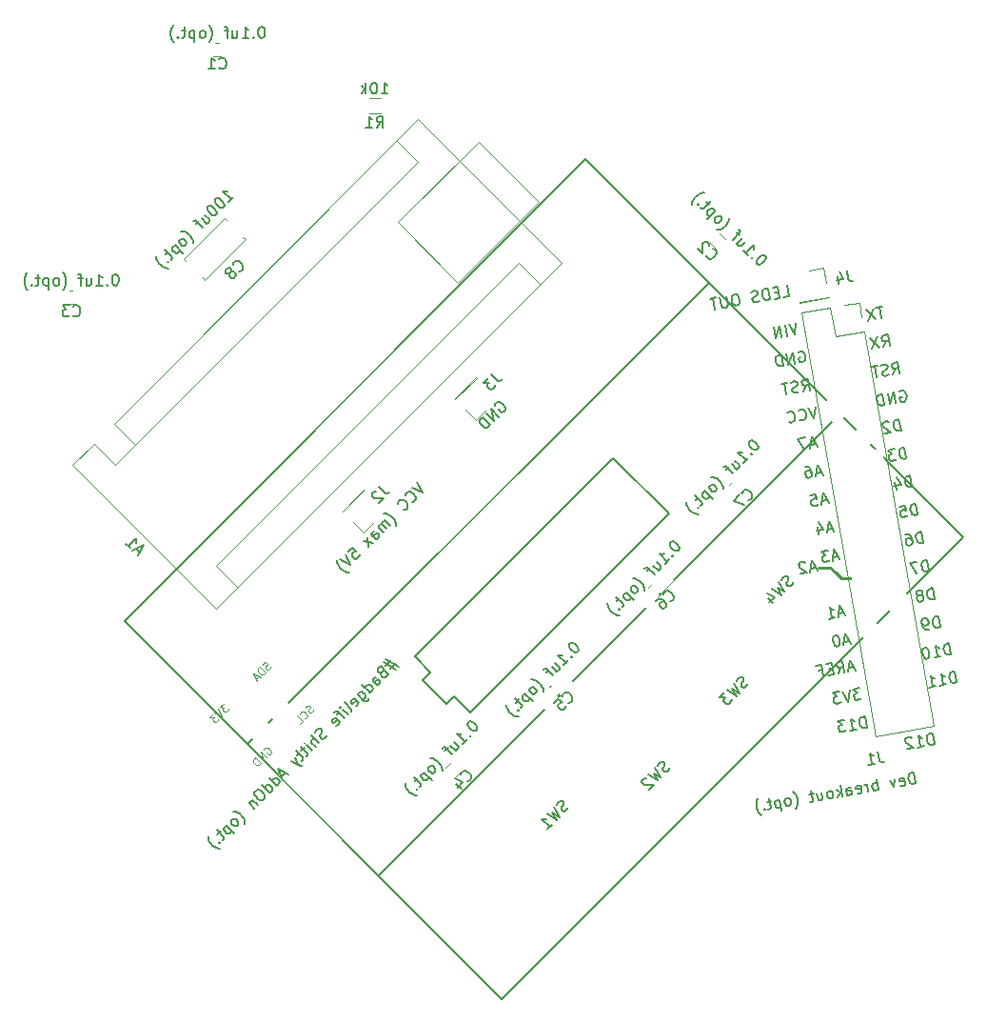
<source format=gbo>
G04 #@! TF.FileFunction,Legend,Bot*
%FSLAX46Y46*%
G04 Gerber Fmt 4.6, Leading zero omitted, Abs format (unit mm)*
G04 Created by KiCad (PCBNEW 4.0.7) date 2018 June 17, Sunday 21:46:27*
%MOMM*%
%LPD*%
G01*
G04 APERTURE LIST*
%ADD10C,0.100000*%
%ADD11C,0.150000*%
%ADD12C,0.250000*%
%ADD13C,0.120000*%
%ADD14C,2.000000*%
%ADD15R,1.600000X1.150000*%
%ADD16R,2.200000X2.200000*%
%ADD17C,2.200000*%
%ADD18C,2.100000*%
%ADD19R,1.600000X1.300000*%
%ADD20R,2.432000X2.127200*%
%ADD21O,2.432000X2.127200*%
%ADD22C,2.400000*%
%ADD23C,1.924000*%
%ADD24C,2.100000*%
%ADD25C,2.000000*%
%ADD26C,9.000000*%
%ADD27C,1.300000*%
G04 APERTURE END LIST*
D10*
D11*
X84155237Y-37828397D02*
X83592489Y-37927625D01*
X84047512Y-38862819D02*
X83873864Y-37878011D01*
X83358011Y-37968970D02*
X82875121Y-39069543D01*
X82701473Y-38084735D02*
X83531660Y-38953777D01*
X84242689Y-41416567D02*
X84488269Y-40889728D01*
X84805437Y-41317339D02*
X84631789Y-40332532D01*
X84256623Y-40398684D01*
X84171101Y-40462117D01*
X84132474Y-40517281D01*
X84102117Y-40619342D01*
X84126924Y-40760028D01*
X84190357Y-40845550D01*
X84245522Y-40884177D01*
X84347582Y-40914535D01*
X84722747Y-40848383D01*
X83740772Y-40489642D02*
X83257881Y-41590215D01*
X83084233Y-40605407D02*
X83914420Y-41474450D01*
X85117855Y-43850415D02*
X85363435Y-43323576D01*
X85680602Y-43751188D02*
X85506954Y-42766380D01*
X85131789Y-42832532D01*
X85046266Y-42895965D01*
X85007640Y-42951130D01*
X84977282Y-43053190D01*
X85002089Y-43193876D01*
X85065523Y-43279399D01*
X85120687Y-43318025D01*
X85222747Y-43348383D01*
X85597913Y-43282231D01*
X84734421Y-43869671D02*
X84602003Y-43941374D01*
X84367525Y-43982719D01*
X84265465Y-43952361D01*
X84210300Y-43913734D01*
X84146867Y-43828212D01*
X84130329Y-43734421D01*
X84160686Y-43632361D01*
X84199313Y-43577197D01*
X84284835Y-43513762D01*
X84464149Y-43433791D01*
X84549671Y-43370357D01*
X84588298Y-43315193D01*
X84618656Y-43213133D01*
X84602118Y-43119341D01*
X84538684Y-43033819D01*
X84483520Y-42995193D01*
X84381460Y-42964835D01*
X84146981Y-43006180D01*
X84014563Y-43077882D01*
X83724921Y-43080600D02*
X83162173Y-43179828D01*
X83617196Y-44115022D02*
X83443547Y-43130214D01*
X85663505Y-45375293D02*
X85749027Y-45311859D01*
X85889714Y-45287053D01*
X86038670Y-45309141D01*
X86148999Y-45386394D01*
X86212433Y-45471916D01*
X86292404Y-45651230D01*
X86317211Y-45791917D01*
X86303391Y-45987769D01*
X86273034Y-46089829D01*
X86195781Y-46200158D01*
X86063362Y-46271860D01*
X85969571Y-46288398D01*
X85820615Y-46266310D01*
X85765451Y-46227683D01*
X85707568Y-45899414D01*
X85895150Y-45866338D01*
X85359928Y-46395895D02*
X85186280Y-45411087D01*
X84797181Y-46495122D01*
X84623533Y-45510314D01*
X84328225Y-46577812D02*
X84154577Y-45593004D01*
X83920099Y-45634349D01*
X83787680Y-45706051D01*
X83710427Y-45816380D01*
X83680070Y-45918440D01*
X83666250Y-46114292D01*
X83691057Y-46254979D01*
X83771028Y-46434293D01*
X83834462Y-46519815D01*
X83944791Y-46597068D01*
X84093747Y-46619156D01*
X84328225Y-46577812D01*
X85805437Y-48817339D02*
X85631789Y-47832532D01*
X85397311Y-47873876D01*
X85264892Y-47945579D01*
X85187639Y-48055908D01*
X85157281Y-48157968D01*
X85143462Y-48353819D01*
X85168269Y-48494507D01*
X85248240Y-48673820D01*
X85311673Y-48759342D01*
X85422002Y-48836596D01*
X85570959Y-48858684D01*
X85805437Y-48817339D01*
X84710414Y-48091702D02*
X84655250Y-48053075D01*
X84553190Y-48022718D01*
X84318711Y-48064063D01*
X84233189Y-48127496D01*
X84194562Y-48182661D01*
X84164205Y-48284721D01*
X84180742Y-48378512D01*
X84252445Y-48510930D01*
X84914420Y-48974450D01*
X84304777Y-49081946D01*
X86305437Y-51317339D02*
X86131789Y-50332532D01*
X85897311Y-50373876D01*
X85764892Y-50445579D01*
X85687639Y-50555908D01*
X85657281Y-50657968D01*
X85643462Y-50853819D01*
X85668269Y-50994507D01*
X85748240Y-51173820D01*
X85811673Y-51259342D01*
X85922002Y-51336596D01*
X86070959Y-51358684D01*
X86305437Y-51317339D01*
X85240772Y-50489642D02*
X84631129Y-50597139D01*
X85025550Y-50914420D01*
X84884863Y-50939227D01*
X84799340Y-51002661D01*
X84760714Y-51057825D01*
X84730356Y-51159886D01*
X84771701Y-51394364D01*
X84835135Y-51479886D01*
X84890299Y-51518513D01*
X84992359Y-51548870D01*
X85273734Y-51499257D01*
X85359256Y-51435823D01*
X85397882Y-51380659D01*
X86805437Y-53817339D02*
X86631789Y-52832532D01*
X86397311Y-52873876D01*
X86264892Y-52945579D01*
X86187639Y-53055908D01*
X86157281Y-53157968D01*
X86143462Y-53353819D01*
X86168269Y-53494507D01*
X86248240Y-53673820D01*
X86311673Y-53759342D01*
X86422002Y-53836596D01*
X86570959Y-53858684D01*
X86805437Y-53817339D01*
X85282803Y-53408870D02*
X85398568Y-54065408D01*
X85451130Y-52992360D02*
X85809642Y-53654450D01*
X85199999Y-53761946D01*
X87305437Y-56317339D02*
X87131789Y-55332532D01*
X86897311Y-55373876D01*
X86764892Y-55445579D01*
X86687639Y-55555908D01*
X86657281Y-55657968D01*
X86643462Y-55853819D01*
X86668269Y-55994507D01*
X86748240Y-56173820D01*
X86811673Y-56259342D01*
X86922002Y-56336596D01*
X87070959Y-56358684D01*
X87305437Y-56317339D01*
X85678024Y-55588870D02*
X86146981Y-55506180D01*
X86276566Y-55966867D01*
X86221401Y-55928240D01*
X86119341Y-55897882D01*
X85884863Y-55939227D01*
X85799340Y-56002661D01*
X85760714Y-56057825D01*
X85730356Y-56159886D01*
X85771701Y-56394364D01*
X85835135Y-56479886D01*
X85890299Y-56518513D01*
X85992359Y-56548870D01*
X86226838Y-56507526D01*
X86312360Y-56444092D01*
X86350987Y-56388928D01*
X87805437Y-58817339D02*
X87631789Y-57832532D01*
X87397311Y-57873876D01*
X87264892Y-57945579D01*
X87187639Y-58055908D01*
X87157281Y-58157968D01*
X87143462Y-58353819D01*
X87168269Y-58494507D01*
X87248240Y-58673820D01*
X87311673Y-58759342D01*
X87422002Y-58836596D01*
X87570959Y-58858684D01*
X87805437Y-58817339D01*
X86224920Y-58080601D02*
X86412503Y-58047525D01*
X86514563Y-58077882D01*
X86569728Y-58116509D01*
X86688326Y-58240658D01*
X86768297Y-58419971D01*
X86834449Y-58795136D01*
X86804091Y-58897197D01*
X86765465Y-58952361D01*
X86679942Y-59015794D01*
X86492359Y-59048870D01*
X86390299Y-59018513D01*
X86335135Y-58979886D01*
X86271701Y-58894364D01*
X86230356Y-58659886D01*
X86260714Y-58557825D01*
X86299340Y-58502661D01*
X86384863Y-58439227D01*
X86572446Y-58406151D01*
X86674506Y-58436509D01*
X86729670Y-58475135D01*
X86793104Y-58560659D01*
X88305437Y-61317339D02*
X88131789Y-60332532D01*
X87897311Y-60373876D01*
X87764892Y-60445579D01*
X87687639Y-60555908D01*
X87657281Y-60657968D01*
X87643462Y-60853819D01*
X87668269Y-60994507D01*
X87748240Y-61173820D01*
X87811673Y-61259342D01*
X87922002Y-61336596D01*
X88070959Y-61358684D01*
X88305437Y-61317339D01*
X87240772Y-60489642D02*
X86584233Y-60605407D01*
X87179942Y-61515794D01*
X88805437Y-63817339D02*
X88631789Y-62832532D01*
X88397311Y-62873876D01*
X88264892Y-62945579D01*
X88187639Y-63055908D01*
X88157281Y-63157968D01*
X88143462Y-63353819D01*
X88168269Y-63494507D01*
X88248240Y-63673820D01*
X88311673Y-63759342D01*
X88422002Y-63836596D01*
X88570959Y-63858684D01*
X88805437Y-63817339D01*
X87580715Y-63453047D02*
X87666237Y-63389613D01*
X87704864Y-63334449D01*
X87735221Y-63232389D01*
X87726952Y-63185493D01*
X87663519Y-63099971D01*
X87608354Y-63061344D01*
X87506294Y-63030987D01*
X87318711Y-63064063D01*
X87233189Y-63127496D01*
X87194562Y-63182661D01*
X87164205Y-63284721D01*
X87172473Y-63331616D01*
X87235907Y-63417139D01*
X87291071Y-63455765D01*
X87393132Y-63486123D01*
X87580715Y-63453047D01*
X87682775Y-63483404D01*
X87737939Y-63522031D01*
X87801373Y-63607554D01*
X87834449Y-63795136D01*
X87804091Y-63897197D01*
X87765465Y-63952361D01*
X87679942Y-64015794D01*
X87492359Y-64048870D01*
X87390299Y-64018513D01*
X87335135Y-63979886D01*
X87271701Y-63894364D01*
X87238625Y-63706782D01*
X87268983Y-63604721D01*
X87307609Y-63549556D01*
X87393132Y-63486123D01*
X89305437Y-66317339D02*
X89131789Y-65332532D01*
X88897311Y-65373876D01*
X88764892Y-65445579D01*
X88687639Y-65555908D01*
X88657281Y-65657968D01*
X88643462Y-65853819D01*
X88668269Y-65994507D01*
X88748240Y-66173820D01*
X88811673Y-66259342D01*
X88922002Y-66336596D01*
X89070959Y-66358684D01*
X89305437Y-66317339D01*
X88273734Y-66499257D02*
X88086151Y-66532332D01*
X87984090Y-66501975D01*
X87928926Y-66463348D01*
X87810328Y-66339200D01*
X87730356Y-66159886D01*
X87664205Y-65784721D01*
X87694562Y-65682661D01*
X87733189Y-65627496D01*
X87818711Y-65564063D01*
X88006294Y-65530987D01*
X88108354Y-65561344D01*
X88163519Y-65599971D01*
X88226952Y-65685493D01*
X88268297Y-65919971D01*
X88237939Y-66022031D01*
X88199313Y-66077197D01*
X88113791Y-66140630D01*
X87926208Y-66173706D01*
X87824147Y-66143348D01*
X87768983Y-66104721D01*
X87705549Y-66019199D01*
X90274393Y-68734650D02*
X90100745Y-67749842D01*
X89866267Y-67791187D01*
X89733849Y-67862889D01*
X89656595Y-67973218D01*
X89626238Y-68075278D01*
X89612418Y-68271130D01*
X89637225Y-68411817D01*
X89717196Y-68591131D01*
X89780630Y-68676653D01*
X89890959Y-68753906D01*
X90039916Y-68775995D01*
X90274393Y-68734650D01*
X88773734Y-68999257D02*
X89336481Y-68900029D01*
X89055108Y-68949643D02*
X88881460Y-67964835D01*
X89000058Y-68088984D01*
X89110387Y-68166237D01*
X89212447Y-68196595D01*
X87990443Y-68121945D02*
X87896651Y-68138483D01*
X87811129Y-68201917D01*
X87772502Y-68257081D01*
X87742145Y-68359141D01*
X87728325Y-68554993D01*
X87769670Y-68789471D01*
X87849641Y-68968785D01*
X87913075Y-69054307D01*
X87968239Y-69092933D01*
X88070299Y-69123291D01*
X88164091Y-69106753D01*
X88249613Y-69043320D01*
X88288240Y-68988155D01*
X88318598Y-68886095D01*
X88332417Y-68690244D01*
X88291072Y-68455765D01*
X88211101Y-68276452D01*
X88147668Y-68190929D01*
X88092503Y-68152303D01*
X87990443Y-68121945D01*
X90774393Y-71234650D02*
X90600745Y-70249842D01*
X90366267Y-70291187D01*
X90233849Y-70362889D01*
X90156595Y-70473218D01*
X90126238Y-70575278D01*
X90112418Y-70771130D01*
X90137225Y-70911817D01*
X90217196Y-71091131D01*
X90280630Y-71176653D01*
X90390959Y-71253906D01*
X90539916Y-71275995D01*
X90774393Y-71234650D01*
X89273734Y-71499257D02*
X89836481Y-71400029D01*
X89555108Y-71449643D02*
X89381460Y-70464835D01*
X89500058Y-70588984D01*
X89610387Y-70666237D01*
X89712447Y-70696595D01*
X88335821Y-71664636D02*
X88898569Y-71565408D01*
X88617196Y-71615022D02*
X88443547Y-70630214D01*
X88562145Y-70754363D01*
X88672474Y-70831616D01*
X88774535Y-70861974D01*
X88774393Y-76734650D02*
X88600745Y-75749842D01*
X88366267Y-75791187D01*
X88233849Y-75862889D01*
X88156595Y-75973218D01*
X88126238Y-76075278D01*
X88112418Y-76271130D01*
X88137225Y-76411817D01*
X88217196Y-76591131D01*
X88280630Y-76676653D01*
X88390959Y-76753906D01*
X88539916Y-76775995D01*
X88774393Y-76734650D01*
X87273734Y-76999257D02*
X87836481Y-76900029D01*
X87555108Y-76949643D02*
X87381460Y-75964835D01*
X87500058Y-76088984D01*
X87610387Y-76166237D01*
X87712447Y-76196595D01*
X86741459Y-76174392D02*
X86686294Y-76135765D01*
X86584234Y-76105407D01*
X86349755Y-76146752D01*
X86264233Y-76210186D01*
X86225607Y-76265350D01*
X86195249Y-76367410D01*
X86211787Y-76461201D01*
X86283489Y-76593619D01*
X86945465Y-77057139D01*
X86335821Y-77164636D01*
X82774393Y-75234650D02*
X82600745Y-74249842D01*
X82366267Y-74291187D01*
X82233849Y-74362889D01*
X82156595Y-74473218D01*
X82126238Y-74575278D01*
X82112418Y-74771130D01*
X82137225Y-74911817D01*
X82217196Y-75091131D01*
X82280630Y-75176653D01*
X82390959Y-75253906D01*
X82539916Y-75275995D01*
X82774393Y-75234650D01*
X81273734Y-75499257D02*
X81836481Y-75400029D01*
X81555108Y-75449643D02*
X81381460Y-74464835D01*
X81500058Y-74588984D01*
X81610387Y-74666237D01*
X81712447Y-74696595D01*
X80771816Y-74572332D02*
X80162173Y-74679828D01*
X80556595Y-74997110D01*
X80415907Y-75021917D01*
X80330385Y-75085350D01*
X80291758Y-75140515D01*
X80261401Y-75242576D01*
X80302745Y-75477054D01*
X80366179Y-75562576D01*
X80421343Y-75601202D01*
X80523404Y-75631560D01*
X80804778Y-75581946D01*
X80890300Y-75518513D01*
X80928927Y-75463348D01*
X82124193Y-71745708D02*
X81514549Y-71853204D01*
X81908971Y-72170486D01*
X81768283Y-72195293D01*
X81682761Y-72258726D01*
X81644134Y-72313891D01*
X81613777Y-72415952D01*
X81655122Y-72650430D01*
X81718555Y-72735952D01*
X81773720Y-72774578D01*
X81875780Y-72804936D01*
X82157154Y-72755322D01*
X82242676Y-72691889D01*
X82281303Y-72636724D01*
X81233176Y-71902818D02*
X81078555Y-72945508D01*
X80576637Y-72018583D01*
X80342159Y-72059928D02*
X79732516Y-72167425D01*
X80126938Y-72484706D01*
X79986250Y-72509513D01*
X79900728Y-72572947D01*
X79862101Y-72628111D01*
X79831744Y-72730172D01*
X79873088Y-72964650D01*
X79936522Y-73050172D01*
X79991686Y-73088799D01*
X80093746Y-73119157D01*
X80375121Y-73069543D01*
X80460643Y-73006109D01*
X80499270Y-72950945D01*
X81623392Y-69882990D02*
X81154436Y-69965680D01*
X81766797Y-70147826D02*
X81264880Y-69220901D01*
X81110258Y-70263591D01*
X80219242Y-70420701D02*
X80464822Y-69893862D01*
X80781990Y-70321474D02*
X80608341Y-69336666D01*
X80233176Y-69402818D01*
X80147654Y-69466251D01*
X80109027Y-69521416D01*
X80078669Y-69623476D01*
X80103476Y-69764163D01*
X80166910Y-69849685D01*
X80222074Y-69888311D01*
X80324134Y-69918669D01*
X80699300Y-69852517D01*
X79706223Y-69979270D02*
X79377953Y-70037153D01*
X79328225Y-70577812D02*
X79797182Y-70495122D01*
X79623534Y-69510314D01*
X79154577Y-69593004D01*
X78486937Y-70194263D02*
X78815206Y-70136380D01*
X78906165Y-70652232D02*
X78732517Y-69667425D01*
X78263560Y-69750114D01*
X81232376Y-67540100D02*
X80763419Y-67622790D01*
X81375781Y-67804936D02*
X80873864Y-66878011D01*
X80719242Y-67920701D01*
X80029742Y-67026852D02*
X79935950Y-67043390D01*
X79850428Y-67106824D01*
X79811802Y-67161988D01*
X79781444Y-67264048D01*
X79767624Y-67459900D01*
X79808969Y-67694378D01*
X79888940Y-67873692D01*
X79952374Y-67959214D01*
X80007538Y-67997840D01*
X80109599Y-68028198D01*
X80203391Y-68011660D01*
X80288913Y-67948226D01*
X80327539Y-67893062D01*
X80357897Y-67791002D01*
X80371717Y-67595151D01*
X80330372Y-67360672D01*
X80250401Y-67181359D01*
X80186967Y-67095836D01*
X80131803Y-67057210D01*
X80029742Y-67026852D01*
X80732376Y-65040100D02*
X80263419Y-65122790D01*
X80875781Y-65304936D02*
X80373864Y-64378011D01*
X80219242Y-65420701D01*
X79375121Y-65569543D02*
X79937868Y-65470315D01*
X79656495Y-65519929D02*
X79482847Y-64535121D01*
X79601445Y-64659270D01*
X79711774Y-64736523D01*
X79813834Y-64766881D01*
D12*
X79500000Y-61000000D02*
X78500000Y-61000000D01*
X80000000Y-61500000D02*
X79500000Y-61000000D01*
X80500000Y-62000000D02*
X80000000Y-61500000D01*
X81500000Y-62000000D02*
X80500000Y-62000000D01*
D11*
X78232376Y-61040100D02*
X77763419Y-61122790D01*
X78375781Y-61304936D02*
X77873864Y-60378011D01*
X77719242Y-61420701D01*
X77280758Y-60579299D02*
X77225594Y-60540672D01*
X77123534Y-60510314D01*
X76889055Y-60551659D01*
X76803533Y-60615093D01*
X76764906Y-60670257D01*
X76734548Y-60772317D01*
X76751086Y-60866108D01*
X76822789Y-60998526D01*
X77484764Y-61462046D01*
X76875121Y-61569543D01*
X80232376Y-60040100D02*
X79763419Y-60122790D01*
X80375781Y-60304936D02*
X79873864Y-59378011D01*
X79719242Y-60420701D01*
X79311116Y-59477238D02*
X78701473Y-59584735D01*
X79095894Y-59902017D01*
X78955206Y-59926824D01*
X78869684Y-59990257D01*
X78831058Y-60045422D01*
X78800700Y-60147483D01*
X78842045Y-60381961D01*
X78905478Y-60467483D01*
X78960643Y-60506109D01*
X79062703Y-60536467D01*
X79344077Y-60486853D01*
X79429600Y-60423420D01*
X79468226Y-60368255D01*
X79732376Y-57540100D02*
X79263419Y-57622790D01*
X79875781Y-57804936D02*
X79373864Y-56878011D01*
X79219242Y-57920701D01*
X78353146Y-57396466D02*
X78468912Y-58053005D01*
X78521474Y-56979957D02*
X78879986Y-57642046D01*
X78270343Y-57749543D01*
X79232376Y-55040100D02*
X78763419Y-55122790D01*
X79375781Y-55304936D02*
X78873864Y-54378011D01*
X78719242Y-55420701D01*
X77748368Y-54576466D02*
X78217325Y-54493776D01*
X78346910Y-54954463D01*
X78291745Y-54915836D01*
X78189685Y-54885479D01*
X77955206Y-54926824D01*
X77869684Y-54990257D01*
X77831058Y-55045422D01*
X77800700Y-55147483D01*
X77842045Y-55381961D01*
X77905478Y-55467483D01*
X77960643Y-55506109D01*
X78062703Y-55536467D01*
X78297182Y-55495122D01*
X78382704Y-55431689D01*
X78421331Y-55376524D01*
X78732376Y-52540100D02*
X78263419Y-52622790D01*
X78875781Y-52804936D02*
X78373864Y-51878011D01*
X78219242Y-52920701D01*
X77295264Y-52068197D02*
X77482847Y-52035121D01*
X77584907Y-52065479D01*
X77640072Y-52104105D01*
X77758669Y-52228254D01*
X77838641Y-52407567D01*
X77904793Y-52782733D01*
X77874435Y-52884793D01*
X77835808Y-52939958D01*
X77750286Y-53003391D01*
X77562703Y-53036467D01*
X77460643Y-53006109D01*
X77405478Y-52967483D01*
X77342045Y-52881961D01*
X77300700Y-52647483D01*
X77331058Y-52545422D01*
X77369684Y-52490257D01*
X77455206Y-52426824D01*
X77642790Y-52393748D01*
X77744850Y-52424105D01*
X77800014Y-52462732D01*
X77863448Y-52548255D01*
X78232376Y-50040100D02*
X77763419Y-50122790D01*
X78375781Y-50304936D02*
X77873864Y-49378011D01*
X77719242Y-50420701D01*
X77311116Y-49477238D02*
X76654577Y-49593004D01*
X77250286Y-50503391D01*
X78217984Y-46729170D02*
X78063363Y-47771860D01*
X77561445Y-46844935D01*
X76827538Y-47893062D02*
X76882703Y-47931689D01*
X77031659Y-47953777D01*
X77125450Y-47937240D01*
X77257868Y-47865537D01*
X77335122Y-47755208D01*
X77365479Y-47653148D01*
X77379299Y-47457297D01*
X77354492Y-47316609D01*
X77274521Y-47137296D01*
X77211087Y-47051774D01*
X77100758Y-46974520D01*
X76951802Y-46952432D01*
X76858010Y-46968970D01*
X76725593Y-47040672D01*
X76686966Y-47095837D01*
X75842731Y-48066710D02*
X75897895Y-48105337D01*
X76046851Y-48127426D01*
X76140642Y-48110888D01*
X76273061Y-48039185D01*
X76350314Y-47928856D01*
X76380672Y-47826796D01*
X76394491Y-47630945D01*
X76369684Y-47490257D01*
X76289713Y-47310944D01*
X76226279Y-47225422D01*
X76115950Y-47148168D01*
X75966994Y-47126080D01*
X75873203Y-47142618D01*
X75740785Y-47214320D01*
X75702158Y-47269485D01*
X77117855Y-45350415D02*
X77363435Y-44823576D01*
X77680602Y-45251188D02*
X77506954Y-44266380D01*
X77131789Y-44332532D01*
X77046266Y-44395965D01*
X77007640Y-44451130D01*
X76977282Y-44553190D01*
X77002089Y-44693876D01*
X77065523Y-44779399D01*
X77120687Y-44818025D01*
X77222747Y-44848383D01*
X77597913Y-44782231D01*
X76734421Y-45369671D02*
X76602003Y-45441374D01*
X76367525Y-45482719D01*
X76265465Y-45452361D01*
X76210300Y-45413734D01*
X76146867Y-45328212D01*
X76130329Y-45234421D01*
X76160686Y-45132361D01*
X76199313Y-45077197D01*
X76284835Y-45013762D01*
X76464149Y-44933791D01*
X76549671Y-44870357D01*
X76588298Y-44815193D01*
X76618656Y-44713133D01*
X76602118Y-44619341D01*
X76538684Y-44533819D01*
X76483520Y-44495193D01*
X76381460Y-44464835D01*
X76146981Y-44506180D01*
X76014563Y-44577882D01*
X75724921Y-44580600D02*
X75162173Y-44679828D01*
X75617196Y-45615022D02*
X75443547Y-44630214D01*
X76663505Y-41875293D02*
X76749027Y-41811859D01*
X76889714Y-41787053D01*
X77038670Y-41809141D01*
X77148999Y-41886394D01*
X77212433Y-41971916D01*
X77292404Y-42151230D01*
X77317211Y-42291917D01*
X77303391Y-42487769D01*
X77273034Y-42589829D01*
X77195781Y-42700158D01*
X77063362Y-42771860D01*
X76969571Y-42788398D01*
X76820615Y-42766310D01*
X76765451Y-42727683D01*
X76707568Y-42399414D01*
X76895150Y-42366338D01*
X76359928Y-42895895D02*
X76186280Y-41911087D01*
X75797181Y-42995122D01*
X75623533Y-42010314D01*
X75328225Y-43077812D02*
X75154577Y-42093004D01*
X74920099Y-42134349D01*
X74787680Y-42206051D01*
X74710427Y-42316380D01*
X74680070Y-42418440D01*
X74666250Y-42614292D01*
X74691057Y-42754979D01*
X74771028Y-42934293D01*
X74834462Y-43019815D01*
X74944791Y-43097068D01*
X75093747Y-43119156D01*
X75328225Y-43077812D01*
X76483506Y-39270514D02*
X76328885Y-40313205D01*
X75826967Y-39386280D01*
X75672346Y-40428970D02*
X75498698Y-39444163D01*
X75203391Y-40511660D02*
X75029742Y-39526852D01*
X74640643Y-40610888D01*
X74466995Y-39626080D01*
D13*
X24650000Y-15600000D02*
X25350000Y-15600000D01*
X25350000Y-14400000D02*
X24650000Y-14400000D01*
X68828249Y-32176777D02*
X69323223Y-32671751D01*
X70171751Y-31823223D02*
X69676777Y-31328249D01*
X11650000Y-37600000D02*
X12350000Y-37600000D01*
X12350000Y-36400000D02*
X11650000Y-36400000D01*
X46176777Y-79671751D02*
X46671751Y-79176777D01*
X45823223Y-78328249D02*
X45328249Y-78823223D01*
X55176777Y-72671751D02*
X55671751Y-72176777D01*
X54823223Y-71328249D02*
X54328249Y-71823223D01*
X64176777Y-63671751D02*
X64671751Y-63176777D01*
X63823223Y-62328249D02*
X63328249Y-62823223D01*
X71176777Y-54671751D02*
X71671751Y-54176777D01*
X70823223Y-53328249D02*
X70328249Y-53823223D01*
X88715676Y-75098606D02*
X83594675Y-76001576D01*
X82530327Y-40019754D02*
X88715676Y-75098606D01*
X76957842Y-38362224D02*
X83594675Y-76001576D01*
X82530327Y-40019754D02*
X79969827Y-40471239D01*
X79969827Y-40471239D02*
X79518342Y-37910739D01*
X79518342Y-37910739D02*
X76957842Y-38362224D01*
X82309794Y-38769048D02*
X82078842Y-37459254D01*
X82078842Y-37459254D02*
X80769048Y-37690206D01*
X39500000Y-19320000D02*
X38500000Y-19320000D01*
X38500000Y-20680000D02*
X39500000Y-20680000D01*
X23883883Y-35468736D02*
X27504270Y-31848350D01*
X22031264Y-33616117D02*
X25651650Y-29995730D01*
X23883883Y-35468736D02*
X23661852Y-35246705D01*
X22253295Y-33838148D02*
X22031264Y-33616117D01*
X27504270Y-31848350D02*
X27282239Y-31626318D01*
X25873682Y-30217761D02*
X25651650Y-29995730D01*
X36119096Y-56000000D02*
X38000000Y-54119096D01*
X36161522Y-56042426D02*
X36119096Y-56000000D01*
X38042426Y-54161522D02*
X38000000Y-54119096D01*
X36161522Y-56042426D02*
X38042426Y-54161522D01*
X37059548Y-56940452D02*
X38000000Y-57880904D01*
X38000000Y-57880904D02*
X38940452Y-56940452D01*
X46119096Y-46000000D02*
X48000000Y-44119096D01*
X46161522Y-46042426D02*
X46119096Y-46000000D01*
X48042426Y-44161522D02*
X48000000Y-44119096D01*
X46161522Y-46042426D02*
X48042426Y-44161522D01*
X47059548Y-46940452D02*
X48000000Y-47880904D01*
X48000000Y-47880904D02*
X48940452Y-46940452D01*
X79390746Y-37028842D02*
X76771158Y-37490746D01*
X79380327Y-36969754D02*
X79390746Y-37028842D01*
X76760739Y-37431658D02*
X76771158Y-37490746D01*
X79380327Y-36969754D02*
X76760739Y-37431658D01*
X79159794Y-35719048D02*
X78928842Y-34409254D01*
X78928842Y-34409254D02*
X77619048Y-34640206D01*
X17696051Y-50100000D02*
X15900000Y-51896051D01*
X15900000Y-51896051D02*
X14012025Y-50008076D01*
X15808076Y-48212025D02*
X42840768Y-21179333D01*
X12124050Y-51896051D02*
X14012025Y-50008076D01*
X24880256Y-60876307D02*
X26768231Y-62764282D01*
X24880256Y-60876307D02*
X51821024Y-33935539D01*
X51821024Y-33935539D02*
X53709000Y-35823514D01*
X17696051Y-50100000D02*
X15808076Y-48212025D01*
X17696051Y-50100000D02*
X42840768Y-24955283D01*
X42840768Y-24955283D02*
X40952793Y-23067308D01*
D10*
X41044717Y-30343437D02*
X46432871Y-35731590D01*
X46432871Y-35731590D02*
X53617076Y-28547385D01*
X53617076Y-28547385D02*
X48228922Y-23159232D01*
X48228922Y-23159232D02*
X41044717Y-30343437D01*
D13*
X42840768Y-21179333D02*
X55596975Y-33935539D01*
X55596975Y-33935539D02*
X24880256Y-64652258D01*
X24880256Y-64652258D02*
X12124050Y-51896051D01*
D11*
X65174621Y-56216252D02*
X60224874Y-51266504D01*
X47496952Y-73893921D02*
X65174621Y-56216252D01*
X46082738Y-72479708D02*
X47496952Y-73893921D01*
X45375631Y-73186815D02*
X46082738Y-72479708D01*
X43254311Y-71065494D02*
X45375631Y-73186815D01*
X43961418Y-70358387D02*
X43254311Y-71065494D01*
X42547204Y-68944174D02*
X43961418Y-70358387D01*
X60224874Y-51266504D02*
X42547204Y-68944174D01*
X60224874Y-51266504D02*
X42547204Y-68944174D01*
X42547204Y-68944174D02*
X43961418Y-70358387D01*
X43961418Y-70358387D02*
X43254311Y-71065494D01*
X43254311Y-71065494D02*
X45375631Y-73186815D01*
X45375631Y-73186815D02*
X46082738Y-72479708D01*
X46082738Y-72479708D02*
X47496952Y-73893921D01*
X47496952Y-73893921D02*
X65174621Y-56216252D01*
X65174621Y-56216252D02*
X60224874Y-51266504D01*
X80377417Y-47377417D02*
X39365224Y-88389610D01*
X68710155Y-35710155D02*
X27697962Y-76722348D01*
X57750000Y-24750000D02*
X16737807Y-65762193D01*
X16737807Y-65762193D02*
X50325379Y-99349765D01*
X50325379Y-99349765D02*
X91337572Y-58337572D01*
X91337572Y-58337572D02*
X57750000Y-24750000D01*
X25166666Y-16607143D02*
X25214285Y-16654762D01*
X25357142Y-16702381D01*
X25452380Y-16702381D01*
X25595238Y-16654762D01*
X25690476Y-16559524D01*
X25738095Y-16464286D01*
X25785714Y-16273810D01*
X25785714Y-16130952D01*
X25738095Y-15940476D01*
X25690476Y-15845238D01*
X25595238Y-15750000D01*
X25452380Y-15702381D01*
X25357142Y-15702381D01*
X25214285Y-15750000D01*
X25166666Y-15797619D01*
X24214285Y-16702381D02*
X24785714Y-16702381D01*
X24500000Y-16702381D02*
X24500000Y-15702381D01*
X24595238Y-15845238D01*
X24690476Y-15940476D01*
X24785714Y-15988095D01*
X28976191Y-12952381D02*
X28880952Y-12952381D01*
X28785714Y-13000000D01*
X28738095Y-13047619D01*
X28690476Y-13142857D01*
X28642857Y-13333333D01*
X28642857Y-13571429D01*
X28690476Y-13761905D01*
X28738095Y-13857143D01*
X28785714Y-13904762D01*
X28880952Y-13952381D01*
X28976191Y-13952381D01*
X29071429Y-13904762D01*
X29119048Y-13857143D01*
X29166667Y-13761905D01*
X29214286Y-13571429D01*
X29214286Y-13333333D01*
X29166667Y-13142857D01*
X29119048Y-13047619D01*
X29071429Y-13000000D01*
X28976191Y-12952381D01*
X28214286Y-13857143D02*
X28166667Y-13904762D01*
X28214286Y-13952381D01*
X28261905Y-13904762D01*
X28214286Y-13857143D01*
X28214286Y-13952381D01*
X27214286Y-13952381D02*
X27785715Y-13952381D01*
X27500001Y-13952381D02*
X27500001Y-12952381D01*
X27595239Y-13095238D01*
X27690477Y-13190476D01*
X27785715Y-13238095D01*
X26357143Y-13285714D02*
X26357143Y-13952381D01*
X26785715Y-13285714D02*
X26785715Y-13809524D01*
X26738096Y-13904762D01*
X26642858Y-13952381D01*
X26500000Y-13952381D01*
X26404762Y-13904762D01*
X26357143Y-13857143D01*
X26023810Y-13285714D02*
X25642858Y-13285714D01*
X25880953Y-13952381D02*
X25880953Y-13095238D01*
X25833334Y-13000000D01*
X25738096Y-12952381D01*
X25642858Y-12952381D01*
X24261904Y-14333333D02*
X24309524Y-14285714D01*
X24404762Y-14142857D01*
X24452381Y-14047619D01*
X24500000Y-13904762D01*
X24547619Y-13666667D01*
X24547619Y-13476190D01*
X24500000Y-13238095D01*
X24452381Y-13095238D01*
X24404762Y-13000000D01*
X24309524Y-12857143D01*
X24261904Y-12809524D01*
X23738095Y-13952381D02*
X23833333Y-13904762D01*
X23880952Y-13857143D01*
X23928571Y-13761905D01*
X23928571Y-13476190D01*
X23880952Y-13380952D01*
X23833333Y-13333333D01*
X23738095Y-13285714D01*
X23595237Y-13285714D01*
X23499999Y-13333333D01*
X23452380Y-13380952D01*
X23404761Y-13476190D01*
X23404761Y-13761905D01*
X23452380Y-13857143D01*
X23499999Y-13904762D01*
X23595237Y-13952381D01*
X23738095Y-13952381D01*
X22976190Y-13285714D02*
X22976190Y-14285714D01*
X22976190Y-13333333D02*
X22880952Y-13285714D01*
X22690475Y-13285714D01*
X22595237Y-13333333D01*
X22547618Y-13380952D01*
X22499999Y-13476190D01*
X22499999Y-13761905D01*
X22547618Y-13857143D01*
X22595237Y-13904762D01*
X22690475Y-13952381D01*
X22880952Y-13952381D01*
X22976190Y-13904762D01*
X22214285Y-13285714D02*
X21833333Y-13285714D01*
X22071428Y-12952381D02*
X22071428Y-13809524D01*
X22023809Y-13904762D01*
X21928571Y-13952381D01*
X21833333Y-13952381D01*
X21499999Y-13857143D02*
X21452380Y-13904762D01*
X21499999Y-13952381D01*
X21547618Y-13904762D01*
X21499999Y-13857143D01*
X21499999Y-13952381D01*
X21119047Y-14333333D02*
X21071428Y-14285714D01*
X20976190Y-14142857D01*
X20928571Y-14047619D01*
X20880952Y-13904762D01*
X20833333Y-13666667D01*
X20833333Y-13476190D01*
X20880952Y-13238095D01*
X20928571Y-13095238D01*
X20976190Y-13000000D01*
X21071428Y-12857143D01*
X21119047Y-12809524D01*
X68481429Y-33254272D02*
X68481429Y-33321615D01*
X68548773Y-33456302D01*
X68616116Y-33523646D01*
X68750804Y-33590990D01*
X68885491Y-33590990D01*
X68986506Y-33557318D01*
X69154864Y-33456303D01*
X69255880Y-33355287D01*
X69356895Y-33186928D01*
X69390567Y-33085913D01*
X69390567Y-32951226D01*
X69323223Y-32816539D01*
X69255880Y-32749195D01*
X69121193Y-32681852D01*
X69053849Y-32681852D01*
X68784476Y-32412478D02*
X68784476Y-32345135D01*
X68750804Y-32244120D01*
X68582445Y-32075760D01*
X68481429Y-32042089D01*
X68414086Y-32042089D01*
X68313071Y-32075760D01*
X68245727Y-32143104D01*
X68178384Y-32277791D01*
X68178384Y-33085913D01*
X67740651Y-32648180D01*
X73759477Y-33363707D02*
X73692133Y-33296362D01*
X73591117Y-33262691D01*
X73523774Y-33262691D01*
X73422759Y-33296362D01*
X73254400Y-33397378D01*
X73086041Y-33565737D01*
X72985026Y-33734095D01*
X72951354Y-33835111D01*
X72951354Y-33902454D01*
X72985026Y-34003469D01*
X73052370Y-34070813D01*
X73153385Y-34104485D01*
X73220729Y-34104485D01*
X73321744Y-34070813D01*
X73490102Y-33969798D01*
X73658462Y-33801439D01*
X73759477Y-33633080D01*
X73793148Y-33532065D01*
X73793148Y-33464722D01*
X73759477Y-33363707D01*
X72580965Y-33464722D02*
X72513622Y-33464722D01*
X72513622Y-33532065D01*
X72580965Y-33532065D01*
X72580965Y-33464722D01*
X72513622Y-33532065D01*
X71806515Y-32824958D02*
X72210576Y-33229020D01*
X72008546Y-33026989D02*
X72715653Y-32319883D01*
X72681981Y-32488241D01*
X72681981Y-32622928D01*
X72715653Y-32723943D01*
X71671828Y-31747462D02*
X71200423Y-32218867D01*
X71974874Y-32050508D02*
X71604485Y-32420898D01*
X71503470Y-32454569D01*
X71402454Y-32420898D01*
X71301438Y-32319882D01*
X71267767Y-32218867D01*
X71267767Y-32151523D01*
X71436126Y-31511760D02*
X71166752Y-31242386D01*
X70863706Y-31882150D02*
X71469798Y-31276058D01*
X71503470Y-31175043D01*
X71469798Y-31074028D01*
X71402454Y-31006684D01*
X69449492Y-31006683D02*
X69516836Y-31006683D01*
X69685195Y-30973012D01*
X69786210Y-30939340D01*
X69920897Y-30871997D01*
X70122927Y-30737310D01*
X70257615Y-30602622D01*
X70392301Y-30400592D01*
X70459645Y-30265905D01*
X70493317Y-30164890D01*
X70526988Y-29996531D01*
X70526988Y-29929187D01*
X69348477Y-30366920D02*
X69449492Y-30400592D01*
X69516835Y-30400592D01*
X69617850Y-30366920D01*
X69819882Y-30164889D01*
X69853553Y-30063874D01*
X69853553Y-29996530D01*
X69819882Y-29895515D01*
X69718866Y-29794499D01*
X69617850Y-29760828D01*
X69550507Y-29760828D01*
X69449492Y-29794499D01*
X69247461Y-29996530D01*
X69213789Y-30097546D01*
X69213789Y-30164889D01*
X69247461Y-30265904D01*
X69348477Y-30366920D01*
X69281133Y-29356767D02*
X68574027Y-30063874D01*
X69247462Y-29390439D02*
X69213790Y-29289424D01*
X69079102Y-29154736D01*
X68978087Y-29121064D01*
X68910744Y-29121064D01*
X68809729Y-29154736D01*
X68607698Y-29356767D01*
X68574026Y-29457782D01*
X68574026Y-29525126D01*
X68607698Y-29626141D01*
X68742385Y-29760828D01*
X68843400Y-29794500D01*
X68742385Y-28818019D02*
X68473011Y-28548645D01*
X68877072Y-28481302D02*
X68270980Y-29087393D01*
X68169965Y-29121065D01*
X68068950Y-29087393D01*
X68001607Y-29020050D01*
X67833247Y-28717004D02*
X67765904Y-28717004D01*
X67765904Y-28784347D01*
X67833247Y-28784347D01*
X67833247Y-28717004D01*
X67765904Y-28784347D01*
X67227156Y-28784347D02*
X67227156Y-28717004D01*
X67260828Y-28548645D01*
X67294500Y-28447630D01*
X67361843Y-28312943D01*
X67496530Y-28110913D01*
X67631218Y-27976225D01*
X67833248Y-27841538D01*
X67967935Y-27774195D01*
X68068950Y-27740523D01*
X68237309Y-27706852D01*
X68304652Y-27706852D01*
X12166666Y-38607143D02*
X12214285Y-38654762D01*
X12357142Y-38702381D01*
X12452380Y-38702381D01*
X12595238Y-38654762D01*
X12690476Y-38559524D01*
X12738095Y-38464286D01*
X12785714Y-38273810D01*
X12785714Y-38130952D01*
X12738095Y-37940476D01*
X12690476Y-37845238D01*
X12595238Y-37750000D01*
X12452380Y-37702381D01*
X12357142Y-37702381D01*
X12214285Y-37750000D01*
X12166666Y-37797619D01*
X11833333Y-37702381D02*
X11214285Y-37702381D01*
X11547619Y-38083333D01*
X11404761Y-38083333D01*
X11309523Y-38130952D01*
X11261904Y-38178571D01*
X11214285Y-38273810D01*
X11214285Y-38511905D01*
X11261904Y-38607143D01*
X11309523Y-38654762D01*
X11404761Y-38702381D01*
X11690476Y-38702381D01*
X11785714Y-38654762D01*
X11833333Y-38607143D01*
X15976191Y-34952381D02*
X15880952Y-34952381D01*
X15785714Y-35000000D01*
X15738095Y-35047619D01*
X15690476Y-35142857D01*
X15642857Y-35333333D01*
X15642857Y-35571429D01*
X15690476Y-35761905D01*
X15738095Y-35857143D01*
X15785714Y-35904762D01*
X15880952Y-35952381D01*
X15976191Y-35952381D01*
X16071429Y-35904762D01*
X16119048Y-35857143D01*
X16166667Y-35761905D01*
X16214286Y-35571429D01*
X16214286Y-35333333D01*
X16166667Y-35142857D01*
X16119048Y-35047619D01*
X16071429Y-35000000D01*
X15976191Y-34952381D01*
X15214286Y-35857143D02*
X15166667Y-35904762D01*
X15214286Y-35952381D01*
X15261905Y-35904762D01*
X15214286Y-35857143D01*
X15214286Y-35952381D01*
X14214286Y-35952381D02*
X14785715Y-35952381D01*
X14500001Y-35952381D02*
X14500001Y-34952381D01*
X14595239Y-35095238D01*
X14690477Y-35190476D01*
X14785715Y-35238095D01*
X13357143Y-35285714D02*
X13357143Y-35952381D01*
X13785715Y-35285714D02*
X13785715Y-35809524D01*
X13738096Y-35904762D01*
X13642858Y-35952381D01*
X13500000Y-35952381D01*
X13404762Y-35904762D01*
X13357143Y-35857143D01*
X13023810Y-35285714D02*
X12642858Y-35285714D01*
X12880953Y-35952381D02*
X12880953Y-35095238D01*
X12833334Y-35000000D01*
X12738096Y-34952381D01*
X12642858Y-34952381D01*
X11261904Y-36333333D02*
X11309524Y-36285714D01*
X11404762Y-36142857D01*
X11452381Y-36047619D01*
X11500000Y-35904762D01*
X11547619Y-35666667D01*
X11547619Y-35476190D01*
X11500000Y-35238095D01*
X11452381Y-35095238D01*
X11404762Y-35000000D01*
X11309524Y-34857143D01*
X11261904Y-34809524D01*
X10738095Y-35952381D02*
X10833333Y-35904762D01*
X10880952Y-35857143D01*
X10928571Y-35761905D01*
X10928571Y-35476190D01*
X10880952Y-35380952D01*
X10833333Y-35333333D01*
X10738095Y-35285714D01*
X10595237Y-35285714D01*
X10499999Y-35333333D01*
X10452380Y-35380952D01*
X10404761Y-35476190D01*
X10404761Y-35761905D01*
X10452380Y-35857143D01*
X10499999Y-35904762D01*
X10595237Y-35952381D01*
X10738095Y-35952381D01*
X9976190Y-35285714D02*
X9976190Y-36285714D01*
X9976190Y-35333333D02*
X9880952Y-35285714D01*
X9690475Y-35285714D01*
X9595237Y-35333333D01*
X9547618Y-35380952D01*
X9499999Y-35476190D01*
X9499999Y-35761905D01*
X9547618Y-35857143D01*
X9595237Y-35904762D01*
X9690475Y-35952381D01*
X9880952Y-35952381D01*
X9976190Y-35904762D01*
X9214285Y-35285714D02*
X8833333Y-35285714D01*
X9071428Y-34952381D02*
X9071428Y-35809524D01*
X9023809Y-35904762D01*
X8928571Y-35952381D01*
X8833333Y-35952381D01*
X8499999Y-35857143D02*
X8452380Y-35904762D01*
X8499999Y-35952381D01*
X8547618Y-35904762D01*
X8499999Y-35857143D01*
X8499999Y-35952381D01*
X8119047Y-36333333D02*
X8071428Y-36285714D01*
X7976190Y-36142857D01*
X7928571Y-36047619D01*
X7880952Y-35904762D01*
X7833333Y-35666667D01*
X7833333Y-35476190D01*
X7880952Y-35238095D01*
X7928571Y-35095238D01*
X7976190Y-35000000D01*
X8071428Y-34857143D01*
X8119047Y-34809524D01*
X47254272Y-80018571D02*
X47321615Y-80018571D01*
X47456302Y-79951227D01*
X47523646Y-79883884D01*
X47590990Y-79749196D01*
X47590990Y-79614509D01*
X47557318Y-79513494D01*
X47456303Y-79345136D01*
X47355287Y-79244120D01*
X47186928Y-79143105D01*
X47085913Y-79109433D01*
X46951226Y-79109433D01*
X46816539Y-79176777D01*
X46749195Y-79244120D01*
X46681852Y-79378807D01*
X46681852Y-79446151D01*
X46244119Y-80220601D02*
X46715524Y-80692006D01*
X46143105Y-79782868D02*
X46816540Y-80119586D01*
X46378807Y-80557319D01*
X47363707Y-74740523D02*
X47296362Y-74807867D01*
X47262691Y-74908883D01*
X47262691Y-74976226D01*
X47296362Y-75077241D01*
X47397378Y-75245600D01*
X47565737Y-75413959D01*
X47734095Y-75514974D01*
X47835111Y-75548646D01*
X47902454Y-75548646D01*
X48003469Y-75514974D01*
X48070813Y-75447630D01*
X48104485Y-75346615D01*
X48104485Y-75279271D01*
X48070813Y-75178256D01*
X47969798Y-75009898D01*
X47801439Y-74841538D01*
X47633080Y-74740523D01*
X47532065Y-74706852D01*
X47464722Y-74706852D01*
X47363707Y-74740523D01*
X47464722Y-75919035D02*
X47464722Y-75986378D01*
X47532065Y-75986378D01*
X47532065Y-75919035D01*
X47464722Y-75919035D01*
X47532065Y-75986378D01*
X46824958Y-76693485D02*
X47229020Y-76289424D01*
X47026989Y-76491454D02*
X46319883Y-75784347D01*
X46488241Y-75818019D01*
X46622928Y-75818019D01*
X46723943Y-75784347D01*
X45747462Y-76828172D02*
X46218867Y-77299577D01*
X46050508Y-76525126D02*
X46420898Y-76895515D01*
X46454569Y-76996530D01*
X46420898Y-77097546D01*
X46319882Y-77198562D01*
X46218867Y-77232233D01*
X46151523Y-77232233D01*
X45511760Y-77063874D02*
X45242386Y-77333248D01*
X45882150Y-77636294D02*
X45276058Y-77030202D01*
X45175043Y-76996530D01*
X45074028Y-77030202D01*
X45006684Y-77097546D01*
X45006683Y-79050508D02*
X45006683Y-78983164D01*
X44973012Y-78814805D01*
X44939340Y-78713790D01*
X44871997Y-78579103D01*
X44737310Y-78377073D01*
X44602622Y-78242385D01*
X44400592Y-78107699D01*
X44265905Y-78040355D01*
X44164890Y-78006683D01*
X43996531Y-77973012D01*
X43929187Y-77973012D01*
X44366920Y-79151523D02*
X44400592Y-79050508D01*
X44400592Y-78983165D01*
X44366920Y-78882150D01*
X44164889Y-78680118D01*
X44063874Y-78646447D01*
X43996530Y-78646447D01*
X43895515Y-78680118D01*
X43794499Y-78781134D01*
X43760828Y-78882150D01*
X43760828Y-78949493D01*
X43794499Y-79050508D01*
X43996530Y-79252539D01*
X44097546Y-79286211D01*
X44164889Y-79286211D01*
X44265904Y-79252539D01*
X44366920Y-79151523D01*
X43356767Y-79218867D02*
X44063874Y-79925973D01*
X43390439Y-79252538D02*
X43289424Y-79286210D01*
X43154736Y-79420898D01*
X43121064Y-79521913D01*
X43121064Y-79589256D01*
X43154736Y-79690271D01*
X43356767Y-79892302D01*
X43457782Y-79925974D01*
X43525126Y-79925974D01*
X43626141Y-79892302D01*
X43760828Y-79757615D01*
X43794500Y-79656600D01*
X42818019Y-79757615D02*
X42548645Y-80026989D01*
X42481302Y-79622928D02*
X43087393Y-80229020D01*
X43121065Y-80330035D01*
X43087393Y-80431050D01*
X43020050Y-80498393D01*
X42717004Y-80666753D02*
X42717004Y-80734096D01*
X42784347Y-80734096D01*
X42784347Y-80666753D01*
X42717004Y-80666753D01*
X42784347Y-80734096D01*
X42784347Y-81272844D02*
X42717004Y-81272844D01*
X42548645Y-81239172D01*
X42447630Y-81205500D01*
X42312943Y-81138157D01*
X42110913Y-81003470D01*
X41976225Y-80868782D01*
X41841538Y-80666752D01*
X41774195Y-80532065D01*
X41740523Y-80431050D01*
X41706852Y-80262691D01*
X41706852Y-80195348D01*
X56254272Y-73018571D02*
X56321615Y-73018571D01*
X56456302Y-72951227D01*
X56523646Y-72883884D01*
X56590990Y-72749196D01*
X56590990Y-72614509D01*
X56557318Y-72513494D01*
X56456303Y-72345136D01*
X56355287Y-72244120D01*
X56186928Y-72143105D01*
X56085913Y-72109433D01*
X55951226Y-72109433D01*
X55816539Y-72176777D01*
X55749195Y-72244120D01*
X55681852Y-72378807D01*
X55681852Y-72446151D01*
X54974745Y-73018571D02*
X55311463Y-72681853D01*
X55681852Y-72984898D01*
X55614509Y-72984898D01*
X55513493Y-73018570D01*
X55345134Y-73186929D01*
X55311462Y-73287944D01*
X55311462Y-73355288D01*
X55345135Y-73456304D01*
X55513493Y-73624662D01*
X55614509Y-73658334D01*
X55681852Y-73658334D01*
X55782867Y-73624662D01*
X55951226Y-73456303D01*
X55984898Y-73355288D01*
X55984898Y-73287944D01*
X56363707Y-67740523D02*
X56296362Y-67807867D01*
X56262691Y-67908883D01*
X56262691Y-67976226D01*
X56296362Y-68077241D01*
X56397378Y-68245600D01*
X56565737Y-68413959D01*
X56734095Y-68514974D01*
X56835111Y-68548646D01*
X56902454Y-68548646D01*
X57003469Y-68514974D01*
X57070813Y-68447630D01*
X57104485Y-68346615D01*
X57104485Y-68279271D01*
X57070813Y-68178256D01*
X56969798Y-68009898D01*
X56801439Y-67841538D01*
X56633080Y-67740523D01*
X56532065Y-67706852D01*
X56464722Y-67706852D01*
X56363707Y-67740523D01*
X56464722Y-68919035D02*
X56464722Y-68986378D01*
X56532065Y-68986378D01*
X56532065Y-68919035D01*
X56464722Y-68919035D01*
X56532065Y-68986378D01*
X55824958Y-69693485D02*
X56229020Y-69289424D01*
X56026989Y-69491454D02*
X55319883Y-68784347D01*
X55488241Y-68818019D01*
X55622928Y-68818019D01*
X55723943Y-68784347D01*
X54747462Y-69828172D02*
X55218867Y-70299577D01*
X55050508Y-69525126D02*
X55420898Y-69895515D01*
X55454569Y-69996530D01*
X55420898Y-70097546D01*
X55319882Y-70198562D01*
X55218867Y-70232233D01*
X55151523Y-70232233D01*
X54511760Y-70063874D02*
X54242386Y-70333248D01*
X54882150Y-70636294D02*
X54276058Y-70030202D01*
X54175043Y-69996530D01*
X54074028Y-70030202D01*
X54006684Y-70097546D01*
X54006683Y-72050508D02*
X54006683Y-71983164D01*
X53973012Y-71814805D01*
X53939340Y-71713790D01*
X53871997Y-71579103D01*
X53737310Y-71377073D01*
X53602622Y-71242385D01*
X53400592Y-71107699D01*
X53265905Y-71040355D01*
X53164890Y-71006683D01*
X52996531Y-70973012D01*
X52929187Y-70973012D01*
X53366920Y-72151523D02*
X53400592Y-72050508D01*
X53400592Y-71983165D01*
X53366920Y-71882150D01*
X53164889Y-71680118D01*
X53063874Y-71646447D01*
X52996530Y-71646447D01*
X52895515Y-71680118D01*
X52794499Y-71781134D01*
X52760828Y-71882150D01*
X52760828Y-71949493D01*
X52794499Y-72050508D01*
X52996530Y-72252539D01*
X53097546Y-72286211D01*
X53164889Y-72286211D01*
X53265904Y-72252539D01*
X53366920Y-72151523D01*
X52356767Y-72218867D02*
X53063874Y-72925973D01*
X52390439Y-72252538D02*
X52289424Y-72286210D01*
X52154736Y-72420898D01*
X52121064Y-72521913D01*
X52121064Y-72589256D01*
X52154736Y-72690271D01*
X52356767Y-72892302D01*
X52457782Y-72925974D01*
X52525126Y-72925974D01*
X52626141Y-72892302D01*
X52760828Y-72757615D01*
X52794500Y-72656600D01*
X51818019Y-72757615D02*
X51548645Y-73026989D01*
X51481302Y-72622928D02*
X52087393Y-73229020D01*
X52121065Y-73330035D01*
X52087393Y-73431050D01*
X52020050Y-73498393D01*
X51717004Y-73666753D02*
X51717004Y-73734096D01*
X51784347Y-73734096D01*
X51784347Y-73666753D01*
X51717004Y-73666753D01*
X51784347Y-73734096D01*
X51784347Y-74272844D02*
X51717004Y-74272844D01*
X51548645Y-74239172D01*
X51447630Y-74205500D01*
X51312943Y-74138157D01*
X51110913Y-74003470D01*
X50976225Y-73868782D01*
X50841538Y-73666752D01*
X50774195Y-73532065D01*
X50740523Y-73431050D01*
X50706852Y-73262691D01*
X50706852Y-73195348D01*
X65254272Y-64018571D02*
X65321615Y-64018571D01*
X65456302Y-63951227D01*
X65523646Y-63883884D01*
X65590990Y-63749196D01*
X65590990Y-63614509D01*
X65557318Y-63513494D01*
X65456303Y-63345136D01*
X65355287Y-63244120D01*
X65186928Y-63143105D01*
X65085913Y-63109433D01*
X64951226Y-63109433D01*
X64816539Y-63176777D01*
X64749195Y-63244120D01*
X64681852Y-63378807D01*
X64681852Y-63446151D01*
X64008417Y-63984899D02*
X64143105Y-63850211D01*
X64244120Y-63816540D01*
X64311463Y-63816540D01*
X64479822Y-63850211D01*
X64648180Y-63951226D01*
X64917555Y-64220601D01*
X64951226Y-64321616D01*
X64951226Y-64388959D01*
X64917555Y-64489975D01*
X64782867Y-64624662D01*
X64681852Y-64658334D01*
X64614509Y-64658334D01*
X64513493Y-64624662D01*
X64345135Y-64456304D01*
X64311462Y-64355288D01*
X64311462Y-64287944D01*
X64345134Y-64186929D01*
X64479822Y-64052242D01*
X64580837Y-64018570D01*
X64648180Y-64018570D01*
X64749196Y-64052242D01*
X65363707Y-58740523D02*
X65296362Y-58807867D01*
X65262691Y-58908883D01*
X65262691Y-58976226D01*
X65296362Y-59077241D01*
X65397378Y-59245600D01*
X65565737Y-59413959D01*
X65734095Y-59514974D01*
X65835111Y-59548646D01*
X65902454Y-59548646D01*
X66003469Y-59514974D01*
X66070813Y-59447630D01*
X66104485Y-59346615D01*
X66104485Y-59279271D01*
X66070813Y-59178256D01*
X65969798Y-59009898D01*
X65801439Y-58841538D01*
X65633080Y-58740523D01*
X65532065Y-58706852D01*
X65464722Y-58706852D01*
X65363707Y-58740523D01*
X65464722Y-59919035D02*
X65464722Y-59986378D01*
X65532065Y-59986378D01*
X65532065Y-59919035D01*
X65464722Y-59919035D01*
X65532065Y-59986378D01*
X64824958Y-60693485D02*
X65229020Y-60289424D01*
X65026989Y-60491454D02*
X64319883Y-59784347D01*
X64488241Y-59818019D01*
X64622928Y-59818019D01*
X64723943Y-59784347D01*
X63747462Y-60828172D02*
X64218867Y-61299577D01*
X64050508Y-60525126D02*
X64420898Y-60895515D01*
X64454569Y-60996530D01*
X64420898Y-61097546D01*
X64319882Y-61198562D01*
X64218867Y-61232233D01*
X64151523Y-61232233D01*
X63511760Y-61063874D02*
X63242386Y-61333248D01*
X63882150Y-61636294D02*
X63276058Y-61030202D01*
X63175043Y-60996530D01*
X63074028Y-61030202D01*
X63006684Y-61097546D01*
X63006683Y-63050508D02*
X63006683Y-62983164D01*
X62973012Y-62814805D01*
X62939340Y-62713790D01*
X62871997Y-62579103D01*
X62737310Y-62377073D01*
X62602622Y-62242385D01*
X62400592Y-62107699D01*
X62265905Y-62040355D01*
X62164890Y-62006683D01*
X61996531Y-61973012D01*
X61929187Y-61973012D01*
X62366920Y-63151523D02*
X62400592Y-63050508D01*
X62400592Y-62983165D01*
X62366920Y-62882150D01*
X62164889Y-62680118D01*
X62063874Y-62646447D01*
X61996530Y-62646447D01*
X61895515Y-62680118D01*
X61794499Y-62781134D01*
X61760828Y-62882150D01*
X61760828Y-62949493D01*
X61794499Y-63050508D01*
X61996530Y-63252539D01*
X62097546Y-63286211D01*
X62164889Y-63286211D01*
X62265904Y-63252539D01*
X62366920Y-63151523D01*
X61356767Y-63218867D02*
X62063874Y-63925973D01*
X61390439Y-63252538D02*
X61289424Y-63286210D01*
X61154736Y-63420898D01*
X61121064Y-63521913D01*
X61121064Y-63589256D01*
X61154736Y-63690271D01*
X61356767Y-63892302D01*
X61457782Y-63925974D01*
X61525126Y-63925974D01*
X61626141Y-63892302D01*
X61760828Y-63757615D01*
X61794500Y-63656600D01*
X60818019Y-63757615D02*
X60548645Y-64026989D01*
X60481302Y-63622928D02*
X61087393Y-64229020D01*
X61121065Y-64330035D01*
X61087393Y-64431050D01*
X61020050Y-64498393D01*
X60717004Y-64666753D02*
X60717004Y-64734096D01*
X60784347Y-64734096D01*
X60784347Y-64666753D01*
X60717004Y-64666753D01*
X60784347Y-64734096D01*
X60784347Y-65272844D02*
X60717004Y-65272844D01*
X60548645Y-65239172D01*
X60447630Y-65205500D01*
X60312943Y-65138157D01*
X60110913Y-65003470D01*
X59976225Y-64868782D01*
X59841538Y-64666752D01*
X59774195Y-64532065D01*
X59740523Y-64431050D01*
X59706852Y-64262691D01*
X59706852Y-64195348D01*
X72254272Y-55018571D02*
X72321615Y-55018571D01*
X72456302Y-54951227D01*
X72523646Y-54883884D01*
X72590990Y-54749196D01*
X72590990Y-54614509D01*
X72557318Y-54513494D01*
X72456303Y-54345136D01*
X72355287Y-54244120D01*
X72186928Y-54143105D01*
X72085913Y-54109433D01*
X71951226Y-54109433D01*
X71816539Y-54176777D01*
X71749195Y-54244120D01*
X71681852Y-54378807D01*
X71681852Y-54446151D01*
X71378807Y-54614509D02*
X70907402Y-55085914D01*
X71917555Y-55489975D01*
X72363707Y-49740523D02*
X72296362Y-49807867D01*
X72262691Y-49908883D01*
X72262691Y-49976226D01*
X72296362Y-50077241D01*
X72397378Y-50245600D01*
X72565737Y-50413959D01*
X72734095Y-50514974D01*
X72835111Y-50548646D01*
X72902454Y-50548646D01*
X73003469Y-50514974D01*
X73070813Y-50447630D01*
X73104485Y-50346615D01*
X73104485Y-50279271D01*
X73070813Y-50178256D01*
X72969798Y-50009898D01*
X72801439Y-49841538D01*
X72633080Y-49740523D01*
X72532065Y-49706852D01*
X72464722Y-49706852D01*
X72363707Y-49740523D01*
X72464722Y-50919035D02*
X72464722Y-50986378D01*
X72532065Y-50986378D01*
X72532065Y-50919035D01*
X72464722Y-50919035D01*
X72532065Y-50986378D01*
X71824958Y-51693485D02*
X72229020Y-51289424D01*
X72026989Y-51491454D02*
X71319883Y-50784347D01*
X71488241Y-50818019D01*
X71622928Y-50818019D01*
X71723943Y-50784347D01*
X70747462Y-51828172D02*
X71218867Y-52299577D01*
X71050508Y-51525126D02*
X71420898Y-51895515D01*
X71454569Y-51996530D01*
X71420898Y-52097546D01*
X71319882Y-52198562D01*
X71218867Y-52232233D01*
X71151523Y-52232233D01*
X70511760Y-52063874D02*
X70242386Y-52333248D01*
X70882150Y-52636294D02*
X70276058Y-52030202D01*
X70175043Y-51996530D01*
X70074028Y-52030202D01*
X70006684Y-52097546D01*
X70006683Y-54050508D02*
X70006683Y-53983164D01*
X69973012Y-53814805D01*
X69939340Y-53713790D01*
X69871997Y-53579103D01*
X69737310Y-53377073D01*
X69602622Y-53242385D01*
X69400592Y-53107699D01*
X69265905Y-53040355D01*
X69164890Y-53006683D01*
X68996531Y-52973012D01*
X68929187Y-52973012D01*
X69366920Y-54151523D02*
X69400592Y-54050508D01*
X69400592Y-53983165D01*
X69366920Y-53882150D01*
X69164889Y-53680118D01*
X69063874Y-53646447D01*
X68996530Y-53646447D01*
X68895515Y-53680118D01*
X68794499Y-53781134D01*
X68760828Y-53882150D01*
X68760828Y-53949493D01*
X68794499Y-54050508D01*
X68996530Y-54252539D01*
X69097546Y-54286211D01*
X69164889Y-54286211D01*
X69265904Y-54252539D01*
X69366920Y-54151523D01*
X68356767Y-54218867D02*
X69063874Y-54925973D01*
X68390439Y-54252538D02*
X68289424Y-54286210D01*
X68154736Y-54420898D01*
X68121064Y-54521913D01*
X68121064Y-54589256D01*
X68154736Y-54690271D01*
X68356767Y-54892302D01*
X68457782Y-54925974D01*
X68525126Y-54925974D01*
X68626141Y-54892302D01*
X68760828Y-54757615D01*
X68794500Y-54656600D01*
X67818019Y-54757615D02*
X67548645Y-55026989D01*
X67481302Y-54622928D02*
X68087393Y-55229020D01*
X68121065Y-55330035D01*
X68087393Y-55431050D01*
X68020050Y-55498393D01*
X67717004Y-55666753D02*
X67717004Y-55734096D01*
X67784347Y-55734096D01*
X67784347Y-55666753D01*
X67717004Y-55666753D01*
X67784347Y-55734096D01*
X67784347Y-56272844D02*
X67717004Y-56272844D01*
X67548645Y-56239172D01*
X67447630Y-56205500D01*
X67312943Y-56138157D01*
X67110913Y-56003470D01*
X66976225Y-55868782D01*
X66841538Y-55666752D01*
X66774195Y-55532065D01*
X66740523Y-55431050D01*
X66706852Y-55262691D01*
X66706852Y-55195348D01*
X83733176Y-77402818D02*
X83857210Y-78106252D01*
X83928914Y-78238670D01*
X84039243Y-78315923D01*
X84188198Y-78338012D01*
X84281990Y-78321474D01*
X82922016Y-78561274D02*
X83484764Y-78462046D01*
X83203391Y-78511660D02*
X83029742Y-77526852D01*
X83148340Y-77651001D01*
X83258669Y-77728254D01*
X83360730Y-77758612D01*
X87136345Y-80201029D02*
X86962697Y-79216222D01*
X86728219Y-79257566D01*
X86595801Y-79329269D01*
X86518547Y-79439598D01*
X86488190Y-79541658D01*
X86474370Y-79737509D01*
X86499177Y-79878197D01*
X86579148Y-80057510D01*
X86642582Y-80143032D01*
X86752911Y-80220286D01*
X86901868Y-80242374D01*
X87136345Y-80201029D01*
X85768103Y-80393934D02*
X85870163Y-80424292D01*
X86057746Y-80391216D01*
X86143269Y-80327782D01*
X86173626Y-80225722D01*
X86107475Y-79850557D01*
X86044041Y-79765034D01*
X85941981Y-79734677D01*
X85754398Y-79767753D01*
X85668876Y-79831186D01*
X85638518Y-79933246D01*
X85655056Y-80027038D01*
X86140550Y-80038140D01*
X85285442Y-79850442D02*
X85166730Y-80548326D01*
X84816486Y-79933132D01*
X83806757Y-80788126D02*
X83633108Y-79803318D01*
X83699260Y-80178483D02*
X83597200Y-80148125D01*
X83409617Y-80181201D01*
X83324095Y-80244634D01*
X83285468Y-80299799D01*
X83255110Y-80401859D01*
X83304724Y-80683233D01*
X83368158Y-80768755D01*
X83423322Y-80807382D01*
X83525382Y-80837740D01*
X83712965Y-80804664D01*
X83798488Y-80741230D01*
X82915740Y-80945236D02*
X82799974Y-80288697D01*
X82833050Y-80476279D02*
X82769617Y-80390757D01*
X82714452Y-80352131D01*
X82612392Y-80321773D01*
X82518600Y-80338311D01*
X81922662Y-81071989D02*
X82024722Y-81102347D01*
X82212306Y-81069271D01*
X82297828Y-81005837D01*
X82328185Y-80903777D01*
X82262034Y-80528612D01*
X82198600Y-80443089D01*
X82096540Y-80412732D01*
X81908957Y-80445808D01*
X81823435Y-80509241D01*
X81793077Y-80611301D01*
X81809615Y-80705093D01*
X82295110Y-80716195D01*
X81039915Y-81275995D02*
X80948956Y-80760143D01*
X80979314Y-80658082D01*
X81064836Y-80594649D01*
X81252419Y-80561573D01*
X81354479Y-80591931D01*
X81031646Y-81229099D02*
X81133706Y-81259457D01*
X81368185Y-81218112D01*
X81453707Y-81154678D01*
X81484064Y-81052618D01*
X81467526Y-80958827D01*
X81404093Y-80873305D01*
X81302033Y-80842947D01*
X81067554Y-80884292D01*
X80965494Y-80853935D01*
X80570959Y-81358684D02*
X80397311Y-80373876D01*
X80411016Y-81000058D02*
X80195794Y-81424836D01*
X80080028Y-80768297D02*
X80521345Y-81077311D01*
X79633047Y-81524063D02*
X79718569Y-81460630D01*
X79757196Y-81405465D01*
X79787553Y-81303405D01*
X79737939Y-81022031D01*
X79674506Y-80936509D01*
X79619341Y-80897882D01*
X79517281Y-80867525D01*
X79376594Y-80892332D01*
X79291071Y-80955765D01*
X79252445Y-81010930D01*
X79222087Y-81112990D01*
X79271701Y-81394364D01*
X79335135Y-81479886D01*
X79390299Y-81518513D01*
X79492359Y-81548870D01*
X79633047Y-81524063D01*
X78344890Y-81074249D02*
X78460656Y-81730788D01*
X78766951Y-80999828D02*
X78857910Y-81515680D01*
X78827552Y-81617740D01*
X78742030Y-81681174D01*
X78601343Y-81705981D01*
X78499282Y-81675623D01*
X78444118Y-81636996D01*
X78016621Y-81132131D02*
X77641457Y-81198283D01*
X77818052Y-80828669D02*
X77966893Y-81672790D01*
X77936536Y-81774851D01*
X77851014Y-81838284D01*
X77757222Y-81854822D01*
X76463400Y-82469787D02*
X76502027Y-82414622D01*
X76571012Y-82257397D01*
X76601369Y-82155337D01*
X76623458Y-82006382D01*
X76629009Y-81763635D01*
X76595933Y-81576052D01*
X76507693Y-81349843D01*
X76435990Y-81217425D01*
X76372557Y-81131903D01*
X76253959Y-81007754D01*
X76198793Y-80969128D01*
X75881397Y-82185581D02*
X75966919Y-82122147D01*
X76005546Y-82066983D01*
X76035903Y-81964922D01*
X75986290Y-81683548D01*
X75922856Y-81598026D01*
X75867692Y-81559399D01*
X75765632Y-81529042D01*
X75624944Y-81553849D01*
X75539422Y-81617282D01*
X75500795Y-81672447D01*
X75470437Y-81774507D01*
X75520051Y-82055881D01*
X75583485Y-82141403D01*
X75638649Y-82180030D01*
X75740709Y-82210388D01*
X75881397Y-82185581D01*
X75015302Y-81661345D02*
X75188950Y-82646153D01*
X75023571Y-81708241D02*
X74921510Y-81677883D01*
X74733927Y-81710959D01*
X74648405Y-81774392D01*
X74609778Y-81829557D01*
X74579421Y-81931617D01*
X74629035Y-82212991D01*
X74692468Y-82298514D01*
X74747633Y-82337140D01*
X74849693Y-82367498D01*
X75037276Y-82334422D01*
X75122798Y-82270988D01*
X74264972Y-81793649D02*
X73889807Y-81859800D01*
X74066402Y-81490186D02*
X74215244Y-82334308D01*
X74184886Y-82436368D01*
X74099364Y-82499801D01*
X74005573Y-82516339D01*
X73660765Y-82480431D02*
X73622138Y-82535595D01*
X73677303Y-82574222D01*
X73715929Y-82519057D01*
X73660765Y-82480431D01*
X73677303Y-82574222D01*
X73368290Y-83015538D02*
X73313125Y-82976911D01*
X73194527Y-82852763D01*
X73131094Y-82767240D01*
X73059392Y-82634823D01*
X72971151Y-82408614D01*
X72938075Y-82221031D01*
X72943626Y-81978284D01*
X72965715Y-81829328D01*
X72996072Y-81727268D01*
X73065057Y-81570044D01*
X73103683Y-81514879D01*
X39166666Y-21902381D02*
X39500000Y-21426190D01*
X39738095Y-21902381D02*
X39738095Y-20902381D01*
X39357142Y-20902381D01*
X39261904Y-20950000D01*
X39214285Y-20997619D01*
X39166666Y-21092857D01*
X39166666Y-21235714D01*
X39214285Y-21330952D01*
X39261904Y-21378571D01*
X39357142Y-21426190D01*
X39738095Y-21426190D01*
X38214285Y-21902381D02*
X38785714Y-21902381D01*
X38500000Y-21902381D02*
X38500000Y-20902381D01*
X38595238Y-21045238D01*
X38690476Y-21140476D01*
X38785714Y-21188095D01*
X39595238Y-18902381D02*
X40166667Y-18902381D01*
X39880953Y-18902381D02*
X39880953Y-17902381D01*
X39976191Y-18045238D01*
X40071429Y-18140476D01*
X40166667Y-18188095D01*
X38976191Y-17902381D02*
X38880952Y-17902381D01*
X38785714Y-17950000D01*
X38738095Y-17997619D01*
X38690476Y-18092857D01*
X38642857Y-18283333D01*
X38642857Y-18521429D01*
X38690476Y-18711905D01*
X38738095Y-18807143D01*
X38785714Y-18854762D01*
X38880952Y-18902381D01*
X38976191Y-18902381D01*
X39071429Y-18854762D01*
X39119048Y-18807143D01*
X39166667Y-18711905D01*
X39214286Y-18521429D01*
X39214286Y-18283333D01*
X39166667Y-18092857D01*
X39119048Y-17997619D01*
X39071429Y-17950000D01*
X38976191Y-17902381D01*
X38214286Y-18902381D02*
X38214286Y-17902381D01*
X38119048Y-18521429D02*
X37833333Y-18902381D01*
X37833333Y-18235714D02*
X38214286Y-18616667D01*
X56229019Y-82343401D02*
X56161675Y-82478088D01*
X55993316Y-82646447D01*
X55892301Y-82680119D01*
X55824957Y-82680119D01*
X55723942Y-82646447D01*
X55656599Y-82579104D01*
X55622927Y-82478089D01*
X55622927Y-82410745D01*
X55656598Y-82309729D01*
X55757614Y-82141370D01*
X55791286Y-82040355D01*
X55791286Y-81973012D01*
X55757614Y-81871996D01*
X55690271Y-81804653D01*
X55589255Y-81770981D01*
X55521912Y-81770981D01*
X55420897Y-81804653D01*
X55252538Y-81973012D01*
X55185194Y-82107699D01*
X54915820Y-82309729D02*
X55454569Y-83185195D01*
X54814804Y-82814806D01*
X55185194Y-83454569D01*
X54309729Y-82915821D01*
X54377072Y-84262691D02*
X54781133Y-83858630D01*
X54579103Y-84060660D02*
X53871996Y-83353553D01*
X54040355Y-83387225D01*
X54175042Y-83387225D01*
X54276057Y-83353553D01*
X65229020Y-78843401D02*
X65161676Y-78978088D01*
X64993317Y-79146447D01*
X64892302Y-79180119D01*
X64824958Y-79180119D01*
X64723943Y-79146447D01*
X64656600Y-79079104D01*
X64622928Y-78978089D01*
X64622928Y-78910745D01*
X64656599Y-78809729D01*
X64757615Y-78641370D01*
X64791287Y-78540355D01*
X64791287Y-78473012D01*
X64757615Y-78371996D01*
X64690272Y-78304653D01*
X64589256Y-78270981D01*
X64521913Y-78270981D01*
X64420898Y-78304653D01*
X64252539Y-78473012D01*
X64185195Y-78607699D01*
X63915821Y-78809729D02*
X64454570Y-79685195D01*
X63814805Y-79314806D01*
X64185195Y-79954569D01*
X63309730Y-79415821D01*
X63141371Y-79718867D02*
X63074028Y-79718867D01*
X62973013Y-79752538D01*
X62804653Y-79920898D01*
X62770982Y-80021913D01*
X62770982Y-80089256D01*
X62804653Y-80190271D01*
X62871997Y-80257615D01*
X63006684Y-80324958D01*
X63814806Y-80324958D01*
X63377073Y-80762691D01*
X72229019Y-71343401D02*
X72161675Y-71478088D01*
X71993316Y-71646447D01*
X71892301Y-71680119D01*
X71824957Y-71680119D01*
X71723942Y-71646447D01*
X71656599Y-71579104D01*
X71622927Y-71478089D01*
X71622927Y-71410745D01*
X71656598Y-71309729D01*
X71757614Y-71141370D01*
X71791286Y-71040355D01*
X71791286Y-70973012D01*
X71757614Y-70871996D01*
X71690271Y-70804653D01*
X71589255Y-70770981D01*
X71521912Y-70770981D01*
X71420897Y-70804653D01*
X71252538Y-70973012D01*
X71185194Y-71107699D01*
X70915820Y-71309729D02*
X71454569Y-72185195D01*
X70814804Y-71814806D01*
X71185194Y-72454569D01*
X70309729Y-71915821D01*
X70107698Y-72117851D02*
X69669965Y-72555584D01*
X70175042Y-72589255D01*
X70074026Y-72690271D01*
X70040354Y-72791286D01*
X70040354Y-72858630D01*
X70074027Y-72959646D01*
X70242385Y-73128004D01*
X70343400Y-73161676D01*
X70410744Y-73161676D01*
X70511759Y-73128004D01*
X70713790Y-72925973D01*
X70747462Y-72824958D01*
X70747462Y-72757615D01*
X76229019Y-62343401D02*
X76161675Y-62478088D01*
X75993316Y-62646447D01*
X75892301Y-62680119D01*
X75824957Y-62680119D01*
X75723942Y-62646447D01*
X75656599Y-62579104D01*
X75622927Y-62478089D01*
X75622927Y-62410745D01*
X75656598Y-62309729D01*
X75757614Y-62141370D01*
X75791286Y-62040355D01*
X75791286Y-61973012D01*
X75757614Y-61871996D01*
X75690271Y-61804653D01*
X75589255Y-61770981D01*
X75521912Y-61770981D01*
X75420897Y-61804653D01*
X75252538Y-61973012D01*
X75185194Y-62107699D01*
X74915820Y-62309729D02*
X75454569Y-63185195D01*
X74814804Y-62814806D01*
X75185194Y-63454569D01*
X74309729Y-62915821D01*
X73973011Y-63723943D02*
X74444416Y-64195348D01*
X73871996Y-63286210D02*
X74545431Y-63622928D01*
X74107698Y-64060661D01*
X26948349Y-34677114D02*
X27015692Y-34677114D01*
X27150379Y-34609770D01*
X27217723Y-34542427D01*
X27285067Y-34407739D01*
X27285067Y-34273052D01*
X27251395Y-34172037D01*
X27150380Y-34003679D01*
X27049364Y-33902663D01*
X26881005Y-33801648D01*
X26779990Y-33767976D01*
X26645303Y-33767976D01*
X26510616Y-33835320D01*
X26443272Y-33902663D01*
X26375929Y-34037350D01*
X26375929Y-34104694D01*
X26207570Y-34744456D02*
X26241242Y-34643441D01*
X26241242Y-34576098D01*
X26207570Y-34475083D01*
X26173899Y-34441411D01*
X26072884Y-34407739D01*
X26005540Y-34407739D01*
X25904525Y-34441411D01*
X25769837Y-34576098D01*
X25736166Y-34677114D01*
X25736166Y-34744457D01*
X25769837Y-34845472D01*
X25803509Y-34879144D01*
X25904524Y-34912816D01*
X25971868Y-34912816D01*
X26072883Y-34879144D01*
X26207570Y-34744456D01*
X26308586Y-34710785D01*
X26375929Y-34710785D01*
X26476945Y-34744457D01*
X26611632Y-34879144D01*
X26645303Y-34980159D01*
X26645303Y-35047502D01*
X26611632Y-35148518D01*
X26476944Y-35283205D01*
X26375929Y-35316877D01*
X26308586Y-35316877D01*
X26207570Y-35283205D01*
X26072884Y-35148518D01*
X26039211Y-35047502D01*
X26039211Y-34980159D01*
X26072883Y-34879144D01*
X26021704Y-28497673D02*
X26425765Y-28093612D01*
X26223735Y-28295642D02*
X25516628Y-27588536D01*
X25684987Y-27622207D01*
X25819674Y-27622207D01*
X25920689Y-27588536D01*
X24876865Y-28228299D02*
X24809521Y-28295643D01*
X24775849Y-28396658D01*
X24775849Y-28464002D01*
X24809521Y-28565017D01*
X24910536Y-28733376D01*
X25078895Y-28901735D01*
X25247254Y-29002750D01*
X25348269Y-29036422D01*
X25415612Y-29036422D01*
X25516627Y-29002750D01*
X25583972Y-28935406D01*
X25617643Y-28834391D01*
X25617643Y-28767047D01*
X25583972Y-28666032D01*
X25482956Y-28497673D01*
X25314597Y-28329314D01*
X25146238Y-28228299D01*
X25045223Y-28194627D01*
X24977880Y-28194627D01*
X24876865Y-28228299D01*
X24203430Y-28901734D02*
X24136086Y-28969078D01*
X24102414Y-29070093D01*
X24102414Y-29137437D01*
X24136086Y-29238452D01*
X24237101Y-29406811D01*
X24405460Y-29575170D01*
X24573819Y-29676185D01*
X24674834Y-29709857D01*
X24742177Y-29709857D01*
X24843192Y-29676185D01*
X24910536Y-29608841D01*
X24944208Y-29507826D01*
X24944208Y-29440482D01*
X24910536Y-29339467D01*
X24809521Y-29171109D01*
X24641162Y-29002749D01*
X24472803Y-28901734D01*
X24371788Y-28868062D01*
X24304445Y-28868062D01*
X24203430Y-28901734D01*
X23597337Y-29979230D02*
X24068742Y-30450635D01*
X23900384Y-29676184D02*
X24270773Y-30046574D01*
X24304445Y-30147589D01*
X24270773Y-30248604D01*
X24169757Y-30349620D01*
X24068742Y-30383292D01*
X24001399Y-30383292D01*
X23361635Y-30214933D02*
X23092262Y-30484306D01*
X23732025Y-30787352D02*
X23125933Y-30181261D01*
X23024918Y-30147589D01*
X22923903Y-30181261D01*
X22856560Y-30248604D01*
X22856558Y-32201567D02*
X22856559Y-32134223D01*
X22822887Y-31965864D01*
X22789215Y-31864849D01*
X22721872Y-31730162D01*
X22587185Y-31528132D01*
X22452498Y-31393444D01*
X22250467Y-31258757D01*
X22115780Y-31191414D01*
X22014765Y-31157742D01*
X21846407Y-31124070D01*
X21779062Y-31124071D01*
X22216796Y-32302582D02*
X22250467Y-32201567D01*
X22250467Y-32134223D01*
X22216796Y-32033208D01*
X22014764Y-31831177D01*
X21913749Y-31797505D01*
X21846406Y-31797505D01*
X21745391Y-31831177D01*
X21644375Y-31932193D01*
X21610703Y-32033208D01*
X21610703Y-32100552D01*
X21644375Y-32201567D01*
X21846406Y-32403598D01*
X21947421Y-32437269D01*
X22014764Y-32437269D01*
X22115780Y-32403598D01*
X22216796Y-32302582D01*
X21206643Y-32369925D02*
X21913749Y-33077032D01*
X21240314Y-32403597D02*
X21139299Y-32437269D01*
X21004612Y-32571956D01*
X20970940Y-32672971D01*
X20970940Y-32740315D01*
X21004612Y-32841330D01*
X21206643Y-33043361D01*
X21307658Y-33077033D01*
X21375001Y-33077033D01*
X21476016Y-33043361D01*
X21610704Y-32908673D01*
X21644376Y-32807658D01*
X20667894Y-32908673D02*
X20398521Y-33178047D01*
X20331177Y-32773987D02*
X20937269Y-33380078D01*
X20970941Y-33481093D01*
X20937269Y-33582109D01*
X20869925Y-33649452D01*
X20566879Y-33817811D02*
X20566879Y-33885155D01*
X20634223Y-33885155D01*
X20634223Y-33817811D01*
X20566879Y-33817811D01*
X20634223Y-33885155D01*
X20634223Y-34423902D02*
X20566879Y-34423902D01*
X20398521Y-34390230D01*
X20297505Y-34356559D01*
X20162819Y-34289215D01*
X19960788Y-34154528D01*
X19826101Y-34019841D01*
X19691414Y-33817811D01*
X19624070Y-33683124D01*
X19590399Y-33582109D01*
X19556727Y-33413750D01*
X19556727Y-33346407D01*
X39348477Y-53877073D02*
X39853553Y-54382149D01*
X39988241Y-54449492D01*
X40122928Y-54449492D01*
X40257615Y-54382149D01*
X40324958Y-54314805D01*
X39112775Y-54247462D02*
X39045431Y-54247462D01*
X38944416Y-54281133D01*
X38776057Y-54449493D01*
X38742385Y-54550508D01*
X38742385Y-54617851D01*
X38776057Y-54718867D01*
X38843400Y-54786210D01*
X38978087Y-54853553D01*
X39786210Y-54853553D01*
X39348477Y-55291286D01*
X42782996Y-53442553D02*
X43254401Y-54385362D01*
X42311592Y-53913958D01*
X42311592Y-55193485D02*
X42378935Y-55193485D01*
X42513622Y-55126141D01*
X42580965Y-55058798D01*
X42648310Y-54924110D01*
X42648310Y-54789424D01*
X42614638Y-54688408D01*
X42513623Y-54520050D01*
X42412607Y-54419034D01*
X42244248Y-54318019D01*
X42143233Y-54284347D01*
X42008546Y-54284347D01*
X41873859Y-54351691D01*
X41806515Y-54419035D01*
X41739172Y-54553722D01*
X41739172Y-54621065D01*
X41604485Y-55900592D02*
X41671828Y-55900592D01*
X41806515Y-55833248D01*
X41873859Y-55765905D01*
X41941203Y-55631217D01*
X41941203Y-55496530D01*
X41907531Y-55395515D01*
X41806516Y-55227157D01*
X41705500Y-55126141D01*
X41537141Y-55025126D01*
X41436126Y-54991454D01*
X41301439Y-54991454D01*
X41166752Y-55058798D01*
X41099408Y-55126141D01*
X41032065Y-55260828D01*
X41032065Y-55328172D01*
X40897377Y-57281133D02*
X40897378Y-57213789D01*
X40863706Y-57045431D01*
X40830035Y-56944416D01*
X40762691Y-56809729D01*
X40628004Y-56607698D01*
X40493317Y-56473011D01*
X40291286Y-56338324D01*
X40156600Y-56270981D01*
X40055584Y-56237309D01*
X39887226Y-56203637D01*
X39819882Y-56203638D01*
X40358630Y-57281133D02*
X39887225Y-56809729D01*
X39954569Y-56877072D02*
X39887225Y-56877072D01*
X39786210Y-56910744D01*
X39685194Y-57011760D01*
X39651522Y-57112775D01*
X39685194Y-57213790D01*
X40055584Y-57584180D01*
X39685194Y-57213790D02*
X39584179Y-57180118D01*
X39483164Y-57213790D01*
X39382149Y-57314805D01*
X39348477Y-57415820D01*
X39382149Y-57516836D01*
X39752538Y-57887225D01*
X39112775Y-58526988D02*
X38742385Y-58156599D01*
X38708714Y-58055584D01*
X38742385Y-57954569D01*
X38877073Y-57819881D01*
X38978088Y-57786209D01*
X39079103Y-58493317D02*
X39180118Y-58459645D01*
X39348478Y-58291286D01*
X39382149Y-58190271D01*
X39348478Y-58089255D01*
X39281134Y-58021912D01*
X39180119Y-57988240D01*
X39079104Y-58021912D01*
X38910745Y-58190271D01*
X38809729Y-58223943D01*
X38843401Y-58796362D02*
X38001607Y-58695347D01*
X38371996Y-58324957D02*
X38473012Y-59166752D01*
X36621065Y-59604485D02*
X36957783Y-59267767D01*
X37328172Y-59570812D01*
X37260828Y-59570812D01*
X37159813Y-59604484D01*
X36991454Y-59772843D01*
X36957782Y-59873859D01*
X36957782Y-59941202D01*
X36991455Y-60042218D01*
X37159813Y-60210576D01*
X37260828Y-60244248D01*
X37328172Y-60244248D01*
X37429187Y-60210576D01*
X37597546Y-60042217D01*
X37631218Y-59941202D01*
X37631218Y-59873859D01*
X36385363Y-59840187D02*
X36856768Y-60782996D01*
X35913958Y-60311592D01*
X36722080Y-61456431D02*
X36654737Y-61456431D01*
X36486378Y-61422759D01*
X36385363Y-61389087D01*
X36250676Y-61321744D01*
X36048646Y-61187057D01*
X35913958Y-61052369D01*
X35779271Y-60850339D01*
X35711928Y-60715652D01*
X35678256Y-60614637D01*
X35644584Y-60446278D01*
X35644584Y-60378935D01*
X49348477Y-43877073D02*
X49853553Y-44382149D01*
X49988241Y-44449492D01*
X50122928Y-44449492D01*
X50257615Y-44382149D01*
X50324958Y-44314805D01*
X49079103Y-44146447D02*
X48641370Y-44584180D01*
X49146447Y-44617851D01*
X49045431Y-44718867D01*
X49011759Y-44819882D01*
X49011759Y-44887225D01*
X49045431Y-44988241D01*
X49213790Y-45156600D01*
X49314805Y-45190271D01*
X49382149Y-45190271D01*
X49483164Y-45156600D01*
X49685195Y-44954569D01*
X49718867Y-44853553D01*
X49718867Y-44786210D01*
X49685194Y-46607699D02*
X49718866Y-46506684D01*
X49819881Y-46405669D01*
X49954569Y-46338325D01*
X50089255Y-46338325D01*
X50190271Y-46371996D01*
X50358629Y-46473012D01*
X50459645Y-46574027D01*
X50560660Y-46742386D01*
X50594332Y-46843401D01*
X50594332Y-46978088D01*
X50526988Y-47112776D01*
X50459644Y-47180119D01*
X50324957Y-47247462D01*
X50257614Y-47247462D01*
X50021912Y-47011760D01*
X50156599Y-46877074D01*
X50021912Y-47617851D02*
X49314805Y-46910745D01*
X49617851Y-48021913D01*
X48910744Y-47314806D01*
X49281133Y-48358630D02*
X48574027Y-47651523D01*
X48405668Y-47819882D01*
X48338324Y-47954569D01*
X48338324Y-48089256D01*
X48371996Y-48190271D01*
X48473011Y-48358630D01*
X48574027Y-48459646D01*
X48742385Y-48560661D01*
X48843400Y-48594333D01*
X48978087Y-48594333D01*
X49112775Y-48526988D01*
X49281133Y-48358630D01*
X40498904Y-69269118D02*
X39993828Y-69774194D01*
X39993828Y-69168103D02*
X41104996Y-69875209D01*
X40364217Y-70009897D02*
X40869294Y-69504820D01*
X40869293Y-70110912D02*
X39758126Y-69403805D01*
X39623438Y-70346614D02*
X39556095Y-70481301D01*
X39556095Y-70548645D01*
X39589767Y-70649660D01*
X39690782Y-70750675D01*
X39791797Y-70784347D01*
X39859141Y-70784347D01*
X39960156Y-70750675D01*
X40229530Y-70481301D01*
X39522424Y-69774194D01*
X39286721Y-70009897D01*
X39253049Y-70110912D01*
X39253049Y-70178256D01*
X39286721Y-70279271D01*
X39354064Y-70346614D01*
X39455079Y-70380286D01*
X39522423Y-70380286D01*
X39623438Y-70346614D01*
X39859141Y-70110911D01*
X39219377Y-71491454D02*
X38848988Y-71121064D01*
X38815316Y-71020049D01*
X38848988Y-70919034D01*
X38983675Y-70784346D01*
X39084691Y-70750675D01*
X39185706Y-71457782D02*
X39286721Y-71424110D01*
X39455080Y-71255751D01*
X39488752Y-71154736D01*
X39455080Y-71053721D01*
X39387737Y-70986377D01*
X39286722Y-70952706D01*
X39185706Y-70986377D01*
X39017347Y-71154737D01*
X38916332Y-71188408D01*
X38579614Y-72131217D02*
X37872507Y-71424110D01*
X38545942Y-72097546D02*
X38646958Y-72063874D01*
X38781645Y-71929186D01*
X38815317Y-71828171D01*
X38815317Y-71760828D01*
X38781645Y-71659813D01*
X38579614Y-71457782D01*
X38478599Y-71424110D01*
X38411255Y-71424110D01*
X38310240Y-71457782D01*
X38175553Y-71592469D01*
X38141881Y-71693484D01*
X37468446Y-72299576D02*
X38040866Y-72871996D01*
X38141881Y-72905667D01*
X38209224Y-72905667D01*
X38310240Y-72871995D01*
X38411255Y-72770980D01*
X38444927Y-72669965D01*
X37906179Y-72737309D02*
X38007194Y-72703637D01*
X38141882Y-72568950D01*
X38175553Y-72467934D01*
X38175553Y-72400591D01*
X38141882Y-72299576D01*
X37939851Y-72097545D01*
X37838836Y-72063873D01*
X37771492Y-72063873D01*
X37670477Y-72097545D01*
X37535789Y-72232232D01*
X37502118Y-72333248D01*
X37300087Y-73343401D02*
X37401103Y-73309729D01*
X37535790Y-73175041D01*
X37569462Y-73074026D01*
X37535790Y-72973011D01*
X37266416Y-72703636D01*
X37165401Y-72669965D01*
X37064385Y-72703636D01*
X36929698Y-72838324D01*
X36896026Y-72939339D01*
X36929698Y-73040354D01*
X36997042Y-73107699D01*
X37401103Y-72838324D01*
X36896027Y-73814805D02*
X36929698Y-73713789D01*
X36896027Y-73612774D01*
X36289935Y-73006683D01*
X36626652Y-74084179D02*
X36155248Y-73612774D01*
X35919546Y-73377072D02*
X35986889Y-73377072D01*
X35986889Y-73444416D01*
X35919546Y-73444416D01*
X35919546Y-73377072D01*
X35986889Y-73444416D01*
X35919546Y-73848476D02*
X35650172Y-74117850D01*
X36289935Y-74420896D02*
X35683844Y-73814805D01*
X35582828Y-73781133D01*
X35481813Y-73814805D01*
X35414470Y-73882148D01*
X35582828Y-75060660D02*
X35683843Y-75026989D01*
X35818530Y-74892301D01*
X35852202Y-74791286D01*
X35818530Y-74690271D01*
X35549156Y-74420896D01*
X35448141Y-74387224D01*
X35347126Y-74420896D01*
X35212438Y-74555584D01*
X35178766Y-74656599D01*
X35212438Y-74757614D01*
X35279782Y-74824958D01*
X35683844Y-74555584D01*
X34741034Y-75902454D02*
X34673691Y-76037141D01*
X34505331Y-76205500D01*
X34404316Y-76239172D01*
X34336973Y-76239172D01*
X34235958Y-76205500D01*
X34168614Y-76138157D01*
X34134942Y-76037141D01*
X34134942Y-75969798D01*
X34168613Y-75868782D01*
X34269629Y-75700423D01*
X34303301Y-75599408D01*
X34303301Y-75532064D01*
X34269629Y-75431049D01*
X34202286Y-75363706D01*
X34101271Y-75330034D01*
X34033927Y-75330034D01*
X33932912Y-75363706D01*
X33764553Y-75532065D01*
X33697209Y-75666752D01*
X34067599Y-76643232D02*
X33360492Y-75936126D01*
X33764553Y-76946279D02*
X33394163Y-76575889D01*
X33360491Y-76474874D01*
X33394163Y-76373859D01*
X33495179Y-76272843D01*
X33596194Y-76239171D01*
X33663538Y-76239171D01*
X33427836Y-77282996D02*
X32956431Y-76811591D01*
X32720729Y-76575889D02*
X32788072Y-76575889D01*
X32788072Y-76643232D01*
X32720729Y-76643232D01*
X32720729Y-76575889D01*
X32788072Y-76643232D01*
X32720729Y-77047293D02*
X32451355Y-77316667D01*
X32384012Y-76912606D02*
X32990103Y-77518698D01*
X33023775Y-77619713D01*
X32990103Y-77720728D01*
X32922760Y-77788072D01*
X32316667Y-77451354D02*
X32047294Y-77720728D01*
X31979950Y-77316667D02*
X32586042Y-77922759D01*
X32619714Y-78023774D01*
X32586042Y-78124789D01*
X32518698Y-78192133D01*
X31878934Y-77889087D02*
X32181981Y-78528851D01*
X31542217Y-78225805D02*
X32181981Y-78528851D01*
X32417683Y-78629866D01*
X32485026Y-78629866D01*
X32586041Y-78596194D01*
X31037141Y-79269630D02*
X30700423Y-79606348D01*
X31306515Y-79404317D02*
X30363706Y-78932912D01*
X30835110Y-79875722D01*
X30296362Y-80414470D02*
X29589255Y-79707363D01*
X30262690Y-80380798D02*
X30363705Y-80347126D01*
X30498393Y-80212439D01*
X30532064Y-80111424D01*
X30532064Y-80044080D01*
X30498393Y-79943065D01*
X30296362Y-79741034D01*
X30195346Y-79707362D01*
X30128003Y-79707362D01*
X30026988Y-79741034D01*
X29892300Y-79875722D01*
X29858629Y-79976737D01*
X29656598Y-81054233D02*
X28949491Y-80347126D01*
X29622927Y-81020561D02*
X29723942Y-80986890D01*
X29858629Y-80852202D01*
X29892301Y-80751187D01*
X29892301Y-80683844D01*
X29858629Y-80582828D01*
X29656598Y-80380797D01*
X29555583Y-80347126D01*
X29488240Y-80347126D01*
X29387224Y-80380797D01*
X29252537Y-80515485D01*
X29218865Y-80616500D01*
X28478087Y-80818530D02*
X28343400Y-80953218D01*
X28309728Y-81054233D01*
X28309728Y-81188920D01*
X28410743Y-81357279D01*
X28646446Y-81592981D01*
X28814805Y-81693996D01*
X28949491Y-81693996D01*
X29050507Y-81660325D01*
X29185194Y-81525637D01*
X29218866Y-81424622D01*
X29218866Y-81289935D01*
X29117851Y-81121577D01*
X28882148Y-80885874D01*
X28713789Y-80784859D01*
X28579103Y-80784859D01*
X28478087Y-80818530D01*
X28107698Y-81660324D02*
X28579103Y-82131729D01*
X28175041Y-81727667D02*
X28107698Y-81727667D01*
X28006683Y-81761339D01*
X27905667Y-81862355D01*
X27871995Y-81963370D01*
X27905667Y-82064385D01*
X28276056Y-82434775D01*
X27467934Y-83781645D02*
X27467934Y-83714301D01*
X27434263Y-83545942D01*
X27400591Y-83444927D01*
X27333248Y-83310240D01*
X27198561Y-83108210D01*
X27063873Y-82973522D01*
X26861843Y-82838836D01*
X26727156Y-82771492D01*
X26626141Y-82737820D01*
X26457782Y-82704149D01*
X26390438Y-82704149D01*
X26828171Y-83882660D02*
X26861843Y-83781645D01*
X26861843Y-83714302D01*
X26828171Y-83613286D01*
X26626140Y-83411255D01*
X26525125Y-83377584D01*
X26457782Y-83377584D01*
X26356766Y-83411255D01*
X26255750Y-83512271D01*
X26222079Y-83613286D01*
X26222079Y-83680630D01*
X26255750Y-83781645D01*
X26457782Y-83983676D01*
X26558797Y-84017348D01*
X26626140Y-84017348D01*
X26727155Y-83983676D01*
X26828171Y-83882660D01*
X25818018Y-83950004D02*
X26525125Y-84657110D01*
X25851690Y-83983675D02*
X25750675Y-84017347D01*
X25615987Y-84152035D01*
X25582315Y-84253050D01*
X25582315Y-84320393D01*
X25615987Y-84421408D01*
X25818018Y-84623439D01*
X25919033Y-84657111D01*
X25986377Y-84657111D01*
X26087392Y-84623439D01*
X26222079Y-84488752D01*
X26255751Y-84387737D01*
X25279270Y-84488752D02*
X25009896Y-84758126D01*
X24942553Y-84354065D02*
X25548644Y-84960157D01*
X25582316Y-85061172D01*
X25548644Y-85162187D01*
X25481301Y-85229530D01*
X25178255Y-85397890D02*
X25178255Y-85465233D01*
X25245598Y-85465233D01*
X25245598Y-85397890D01*
X25178255Y-85397890D01*
X25245598Y-85465233D01*
X25245598Y-86003981D02*
X25178255Y-86003981D01*
X25009896Y-85970309D01*
X24908881Y-85936637D01*
X24774194Y-85869294D01*
X24572164Y-85734607D01*
X24437476Y-85599919D01*
X24302789Y-85397889D01*
X24235446Y-85263202D01*
X24201774Y-85162187D01*
X24168103Y-84993828D01*
X24168103Y-84926485D01*
D10*
X29730676Y-69851640D02*
X29683536Y-69945921D01*
X29565685Y-70063773D01*
X29494974Y-70087343D01*
X29447834Y-70087343D01*
X29377123Y-70063772D01*
X29329983Y-70016632D01*
X29306412Y-69945921D01*
X29306412Y-69898781D01*
X29329982Y-69828070D01*
X29400693Y-69710219D01*
X29424264Y-69639509D01*
X29424263Y-69592368D01*
X29400694Y-69521657D01*
X29353553Y-69474517D01*
X29282842Y-69450947D01*
X29235702Y-69450947D01*
X29164991Y-69474517D01*
X29047140Y-69592368D01*
X29000000Y-69686649D01*
X29259272Y-70370186D02*
X28764297Y-69875211D01*
X28646446Y-69993062D01*
X28599306Y-70087343D01*
X28599306Y-70181624D01*
X28622876Y-70252334D01*
X28693586Y-70370186D01*
X28764297Y-70440897D01*
X28882148Y-70511607D01*
X28952859Y-70535177D01*
X29047140Y-70535177D01*
X29141421Y-70488037D01*
X29259272Y-70370186D01*
X28646446Y-70700169D02*
X28410744Y-70935871D01*
X28835008Y-70794450D02*
X28175042Y-70464467D01*
X28505025Y-71124433D01*
X33537269Y-73681802D02*
X33490129Y-73776083D01*
X33372277Y-73893934D01*
X33301566Y-73917504D01*
X33254426Y-73917504D01*
X33183715Y-73893934D01*
X33136575Y-73846794D01*
X33113005Y-73776083D01*
X33113005Y-73728943D01*
X33136575Y-73658232D01*
X33207285Y-73540381D01*
X33230856Y-73469670D01*
X33230855Y-73422530D01*
X33207286Y-73351819D01*
X33160145Y-73304678D01*
X33089434Y-73281108D01*
X33042294Y-73281108D01*
X32971583Y-73304679D01*
X32853733Y-73422530D01*
X32806592Y-73516810D01*
X32735881Y-74436050D02*
X32783021Y-74436049D01*
X32877303Y-74388909D01*
X32924443Y-74341769D01*
X32971583Y-74247488D01*
X32971583Y-74153207D01*
X32948013Y-74082496D01*
X32877303Y-73964645D01*
X32806592Y-73893934D01*
X32688740Y-73823224D01*
X32618030Y-73799654D01*
X32523749Y-73799654D01*
X32429468Y-73846794D01*
X32382328Y-73893934D01*
X32335187Y-73988215D01*
X32335187Y-74035356D01*
X32335187Y-74931024D02*
X32570889Y-74695322D01*
X32075915Y-74200348D01*
X29129636Y-77193766D02*
X29153206Y-77123056D01*
X29223917Y-77052346D01*
X29318197Y-77005205D01*
X29412479Y-77005205D01*
X29483189Y-77028775D01*
X29601041Y-77099486D01*
X29671751Y-77170196D01*
X29742461Y-77288048D01*
X29766032Y-77358758D01*
X29766031Y-77453039D01*
X29718891Y-77547320D01*
X29671751Y-77594460D01*
X29577470Y-77641600D01*
X29530329Y-77641601D01*
X29365338Y-77476610D01*
X29459619Y-77382328D01*
X29365338Y-77900874D02*
X28870363Y-77405899D01*
X29082495Y-78183716D01*
X28587521Y-77688742D01*
X28846793Y-78419418D02*
X28351819Y-77924444D01*
X28233968Y-78042294D01*
X28186827Y-78136575D01*
X28186827Y-78230856D01*
X28210397Y-78301566D01*
X28281108Y-78419418D01*
X28351819Y-78490129D01*
X28469670Y-78560839D01*
X28540381Y-78584410D01*
X28634661Y-78584409D01*
X28728943Y-78537269D01*
X28846793Y-78419418D01*
X25523392Y-73116117D02*
X25216979Y-73422529D01*
X25570532Y-73446099D01*
X25499821Y-73516810D01*
X25476251Y-73587521D01*
X25476251Y-73634661D01*
X25499822Y-73705372D01*
X25617672Y-73823223D01*
X25688383Y-73846793D01*
X25735523Y-73846793D01*
X25806234Y-73823223D01*
X25947656Y-73681802D01*
X25971226Y-73611091D01*
X25971226Y-73563951D01*
X25075557Y-73563951D02*
X25405540Y-74223917D01*
X24745574Y-73893934D01*
X24627723Y-74011785D02*
X24321310Y-74318198D01*
X24674863Y-74341768D01*
X24604152Y-74412479D01*
X24580582Y-74483190D01*
X24580582Y-74530330D01*
X24604153Y-74601041D01*
X24722004Y-74718891D01*
X24792714Y-74742462D01*
X24839854Y-74742462D01*
X24910566Y-74718892D01*
X25051987Y-74577471D01*
X25075557Y-74506759D01*
X25075557Y-74459619D01*
D11*
X80983176Y-34652818D02*
X81107210Y-35356252D01*
X81178914Y-35488670D01*
X81289243Y-35565923D01*
X81438198Y-35588012D01*
X81531990Y-35571474D01*
X80150042Y-35138197D02*
X80265807Y-35794736D01*
X80318369Y-34721688D02*
X80676881Y-35383777D01*
X80067238Y-35491274D01*
X75362635Y-36986967D02*
X75831591Y-36904278D01*
X75657943Y-35919470D01*
X74943407Y-36528998D02*
X74615137Y-36586881D01*
X74565409Y-37127540D02*
X75034366Y-37044850D01*
X74860717Y-36060042D01*
X74391761Y-36142732D01*
X74143349Y-37201960D02*
X73969701Y-36217152D01*
X73735223Y-36258497D01*
X73602804Y-36330200D01*
X73525551Y-36440529D01*
X73495193Y-36542589D01*
X73481374Y-36738440D01*
X73506181Y-36879128D01*
X73586152Y-37058441D01*
X73649586Y-37143963D01*
X73759915Y-37221216D01*
X73908871Y-37243305D01*
X74143349Y-37201960D01*
X73197168Y-37320444D02*
X73064750Y-37392146D01*
X72830271Y-37433491D01*
X72728211Y-37403134D01*
X72673047Y-37364507D01*
X72609613Y-37278985D01*
X72593075Y-37185194D01*
X72623433Y-37083134D01*
X72662060Y-37027969D01*
X72747582Y-36964535D01*
X72926896Y-36884563D01*
X73012418Y-36821130D01*
X73051045Y-36765965D01*
X73081402Y-36663905D01*
X73064864Y-36570114D01*
X73001431Y-36484592D01*
X72946266Y-36445965D01*
X72844206Y-36415608D01*
X72609728Y-36456952D01*
X72477310Y-36528655D01*
X71109069Y-36721559D02*
X70921485Y-36754635D01*
X70835963Y-36818069D01*
X70758710Y-36928398D01*
X70744890Y-37124249D01*
X70802773Y-37452519D01*
X70882745Y-37631832D01*
X70993074Y-37709085D01*
X71095134Y-37739443D01*
X71282717Y-37706367D01*
X71368239Y-37642933D01*
X71445492Y-37532604D01*
X71459312Y-37336753D01*
X71401429Y-37008483D01*
X71321458Y-36829170D01*
X71211129Y-36751917D01*
X71109069Y-36721559D01*
X70264948Y-36870400D02*
X70405520Y-37667626D01*
X70375162Y-37769686D01*
X70336536Y-37824851D01*
X70251014Y-37888284D01*
X70063430Y-37921360D01*
X69961370Y-37891002D01*
X69906206Y-37852376D01*
X69842772Y-37766854D01*
X69702200Y-36969628D01*
X69373931Y-37027511D02*
X68811183Y-37126738D01*
X69266206Y-38061932D02*
X69092558Y-37077124D01*
X18083276Y-59703184D02*
X17746558Y-59366466D01*
X17948589Y-59972558D02*
X18419994Y-59029749D01*
X17477184Y-59501153D01*
X16871093Y-58895061D02*
X17275154Y-59299123D01*
X17073124Y-59097092D02*
X17780231Y-58389985D01*
X17746559Y-58558344D01*
X17746559Y-58693031D01*
X17780231Y-58794046D01*
%LPC*%
D10*
G36*
X64414214Y-28000000D02*
X63000000Y-29414214D01*
X61585786Y-28000000D01*
X63000000Y-26585786D01*
X64414214Y-28000000D01*
X64414214Y-28000000D01*
G37*
D14*
X58403806Y-23403806D03*
D10*
G36*
X13585786Y-66000000D02*
X15000000Y-64585786D01*
X16414214Y-66000000D01*
X15000000Y-67414214D01*
X13585786Y-66000000D01*
X13585786Y-66000000D01*
G37*
D14*
X19596194Y-70596194D03*
D15*
X24050000Y-15000000D03*
X25950000Y-15000000D03*
D10*
G36*
X67855977Y-31169150D02*
X68669150Y-30355977D01*
X69800521Y-31487348D01*
X68987348Y-32300521D01*
X67855977Y-31169150D01*
X67855977Y-31169150D01*
G37*
G36*
X69199479Y-32512652D02*
X70012652Y-31699479D01*
X71144023Y-32830850D01*
X70330850Y-33644023D01*
X69199479Y-32512652D01*
X69199479Y-32512652D01*
G37*
D15*
X11050000Y-37000000D03*
X12950000Y-37000000D03*
D10*
G36*
X45169150Y-80644023D02*
X44355977Y-79830850D01*
X45487348Y-78699479D01*
X46300521Y-79512652D01*
X45169150Y-80644023D01*
X45169150Y-80644023D01*
G37*
G36*
X46512652Y-79300521D02*
X45699479Y-78487348D01*
X46830850Y-77355977D01*
X47644023Y-78169150D01*
X46512652Y-79300521D01*
X46512652Y-79300521D01*
G37*
G36*
X54169150Y-73644023D02*
X53355977Y-72830850D01*
X54487348Y-71699479D01*
X55300521Y-72512652D01*
X54169150Y-73644023D01*
X54169150Y-73644023D01*
G37*
G36*
X55512652Y-72300521D02*
X54699479Y-71487348D01*
X55830850Y-70355977D01*
X56644023Y-71169150D01*
X55512652Y-72300521D01*
X55512652Y-72300521D01*
G37*
G36*
X63169150Y-64644023D02*
X62355977Y-63830850D01*
X63487348Y-62699479D01*
X64300521Y-63512652D01*
X63169150Y-64644023D01*
X63169150Y-64644023D01*
G37*
G36*
X64512652Y-63300521D02*
X63699479Y-62487348D01*
X64830850Y-61355977D01*
X65644023Y-62169150D01*
X64512652Y-63300521D01*
X64512652Y-63300521D01*
G37*
G36*
X70169150Y-55644023D02*
X69355977Y-54830850D01*
X70487348Y-53699479D01*
X71300521Y-54512652D01*
X70169150Y-55644023D01*
X70169150Y-55644023D01*
G37*
G36*
X71512652Y-54300521D02*
X70699479Y-53487348D01*
X71830850Y-52355977D01*
X72644023Y-53169150D01*
X71512652Y-54300521D01*
X71512652Y-54300521D01*
G37*
D16*
X33000000Y-13000000D03*
D17*
X30460000Y-13000000D03*
D10*
G36*
X81851718Y-37783621D02*
X82216379Y-39851718D01*
X80148282Y-40216379D01*
X79783621Y-38148282D01*
X81851718Y-37783621D01*
X81851718Y-37783621D01*
G37*
D18*
X78498588Y-39441066D02*
X78498588Y-39441066D01*
X81441066Y-41501412D02*
X81441066Y-41501412D01*
X78939655Y-41942478D02*
X78939655Y-41942478D01*
X81882133Y-44002823D02*
X81882133Y-44002823D01*
X79380721Y-44443890D02*
X79380721Y-44443890D01*
X82323199Y-46504235D02*
X82323199Y-46504235D01*
X79821787Y-46945301D02*
X79821787Y-46945301D01*
X82764265Y-49005647D02*
X82764265Y-49005647D01*
X80262854Y-49446713D02*
X80262854Y-49446713D01*
X83205332Y-51507058D02*
X83205332Y-51507058D01*
X80703920Y-51948125D02*
X80703920Y-51948125D01*
X83646398Y-54008470D02*
X83646398Y-54008470D01*
X81144987Y-54449537D02*
X81144987Y-54449537D01*
X84087465Y-56509882D02*
X84087465Y-56509882D01*
X81586053Y-56950948D02*
X81586053Y-56950948D01*
X84528531Y-59011294D02*
X84528531Y-59011294D01*
X82027119Y-59452360D02*
X82027119Y-59452360D01*
X84969597Y-61512705D02*
X84969597Y-61512705D01*
X82468186Y-61953772D02*
X82468186Y-61953772D01*
X85410664Y-64014117D02*
X85410664Y-64014117D01*
X82909252Y-64455183D02*
X82909252Y-64455183D01*
X85851730Y-66515529D02*
X85851730Y-66515529D01*
X83350318Y-66956595D02*
X83350318Y-66956595D01*
X86292796Y-69016940D02*
X86292796Y-69016940D01*
X83791385Y-69458007D02*
X83791385Y-69458007D01*
X86733863Y-71518352D02*
X86733863Y-71518352D01*
X84232451Y-71959418D02*
X84232451Y-71959418D01*
X87174929Y-74019764D02*
X87174929Y-74019764D01*
X84673518Y-74460830D02*
X84673518Y-74460830D01*
D19*
X37900000Y-20000000D03*
X40100000Y-20000000D03*
D20*
X6000000Y-33040000D03*
D21*
X6000000Y-30500000D03*
X6000000Y-27960000D03*
D20*
X6524229Y-50560707D03*
D21*
X6524229Y-48020707D03*
X6524229Y-45480707D03*
X6524229Y-42940707D03*
D22*
X54181981Y-87181981D03*
X51000000Y-84000000D03*
X58778175Y-82585786D03*
X55596194Y-79403806D03*
X63181981Y-83181981D03*
X60000000Y-80000000D03*
X67778175Y-78585786D03*
X64596194Y-75403806D03*
X70181981Y-76181981D03*
X67000000Y-73000000D03*
X74778175Y-71585786D03*
X71596194Y-68403806D03*
X74181981Y-67181981D03*
X71000000Y-64000000D03*
X78778175Y-62585786D03*
X75596194Y-59403806D03*
D16*
X42000000Y-14000000D03*
D17*
X39460000Y-14000000D03*
X36920000Y-14000000D03*
D10*
G36*
X11175000Y-7410473D02*
X9814527Y-6050000D01*
X11175000Y-4689527D01*
X12535473Y-6050000D01*
X11175000Y-7410473D01*
X11175000Y-7410473D01*
G37*
D23*
X12971051Y-4253949D03*
X12971051Y-7846051D03*
X14767102Y-6050000D03*
X14767102Y-9642102D03*
X16563154Y-7846051D03*
X16563154Y-11438154D03*
X18359205Y-9642102D03*
D14*
X23000000Y-34500000D03*
X26535534Y-30964466D03*
D10*
G36*
X38000000Y-57484924D02*
X36515076Y-56000000D01*
X38000000Y-54515076D01*
X39484924Y-56000000D01*
X38000000Y-57484924D01*
X38000000Y-57484924D01*
G37*
G36*
X48000000Y-47484924D02*
X46515076Y-46000000D01*
X48000000Y-44515076D01*
X49484924Y-46000000D01*
X48000000Y-47484924D01*
X48000000Y-47484924D01*
G37*
D24*
X29000000Y-72203949D03*
D18*
X30796051Y-74000000D02*
X30796051Y-74000000D01*
X27203949Y-74000000D02*
X27203949Y-74000000D01*
X29000000Y-75796051D02*
X29000000Y-75796051D01*
D10*
G36*
X78701718Y-34733621D02*
X79066379Y-36801718D01*
X76998282Y-37166379D01*
X76633621Y-35098282D01*
X78701718Y-34733621D01*
X78701718Y-34733621D01*
G37*
G36*
X14485786Y-50100000D02*
X15900000Y-48685786D01*
X17314214Y-50100000D01*
X15900000Y-51514214D01*
X14485786Y-50100000D01*
X14485786Y-50100000D01*
G37*
D25*
X50024973Y-37527641D02*
X50024973Y-37527641D01*
X17696051Y-48303949D02*
X17696051Y-48303949D01*
X48228922Y-39323693D02*
X48228922Y-39323693D01*
X19492102Y-46507898D02*
X19492102Y-46507898D01*
X46432871Y-41119744D02*
X46432871Y-41119744D01*
X21288154Y-44711846D02*
X21288154Y-44711846D01*
X44636820Y-42915795D02*
X44636820Y-42915795D01*
X23084205Y-42915795D02*
X23084205Y-42915795D01*
X42840768Y-44711846D02*
X42840768Y-44711846D01*
X24880256Y-41119744D02*
X24880256Y-41119744D01*
X41044717Y-46507898D02*
X41044717Y-46507898D01*
X26676307Y-39323693D02*
X26676307Y-39323693D01*
X39248666Y-48303949D02*
X39248666Y-48303949D01*
X28472359Y-37527641D02*
X28472359Y-37527641D01*
X37452615Y-50100000D02*
X37452615Y-50100000D01*
X30268410Y-35731590D02*
X30268410Y-35731590D01*
X35656563Y-51896051D02*
X35656563Y-51896051D01*
X32064461Y-33935539D02*
X32064461Y-33935539D01*
X33860512Y-53692102D02*
X33860512Y-53692102D01*
X33860512Y-32139488D02*
X33860512Y-32139488D01*
X32064461Y-55488154D02*
X32064461Y-55488154D01*
X35656563Y-30343437D02*
X35656563Y-30343437D01*
X30268410Y-57284205D02*
X30268410Y-57284205D01*
X37452615Y-28547385D02*
X37452615Y-28547385D01*
X28472359Y-59080256D02*
X28472359Y-59080256D01*
X39248666Y-26751334D02*
X39248666Y-26751334D01*
X26676307Y-60876307D02*
X26676307Y-60876307D01*
X41044717Y-24955283D02*
X41044717Y-24955283D01*
X51821024Y-35731590D02*
X51821024Y-35731590D01*
D26*
X6700000Y-14225000D03*
D27*
X9925000Y-14225000D03*
X8980419Y-16505419D03*
X6700000Y-17450000D03*
X4419581Y-16505419D03*
X3475000Y-14225000D03*
X4419581Y-11944581D03*
X6700000Y-11000000D03*
X8980419Y-11944581D03*
M02*

</source>
